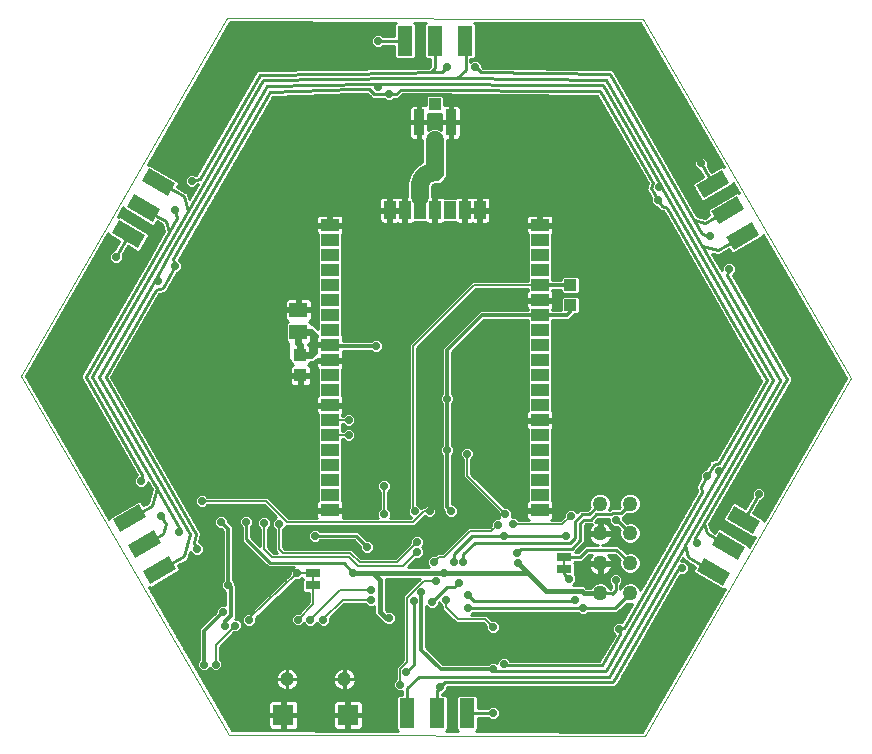
<source format=gbl>
G75*
%MOIN*%
%OFA0B0*%
%FSLAX25Y25*%
%IPPOS*%
%LPD*%
%AMOC8*
5,1,8,0,0,1.08239X$1,22.5*
%
%ADD10C,0.00000*%
%ADD11R,0.05906X0.05118*%
%ADD12R,0.03937X0.04331*%
%ADD13OC8,0.06000*%
%ADD14R,0.05000X0.10000*%
%ADD15R,0.10000X0.05000*%
%ADD16R,0.04331X0.03937*%
%ADD17C,0.00800*%
%ADD18R,0.05000X0.02500*%
%ADD19C,0.05000*%
%ADD20R,0.06000X0.04000*%
%ADD21R,0.04000X0.06000*%
%ADD22R,0.07000X0.07000*%
%ADD23C,0.04724*%
%ADD24R,0.03346X0.08661*%
%ADD25R,0.03937X0.04134*%
%ADD26OC8,0.02400*%
%ADD27C,0.01600*%
%ADD28C,0.01000*%
%ADD29OC8,0.02381*%
%ADD30C,0.01200*%
%ADD31C,0.00600*%
%ADD32C,0.06063*%
%ADD33C,0.04000*%
D10*
X0156177Y0131750D02*
X0294617Y0131378D01*
X0363514Y0250712D01*
X0293972Y0370419D01*
X0155532Y0370791D01*
X0086634Y0251457D01*
X0156177Y0131750D01*
D11*
X0179174Y0265922D03*
X0179174Y0273402D03*
D12*
X0179875Y0258260D03*
X0179875Y0251567D03*
D13*
X0224625Y0319362D03*
D14*
X0224752Y0363105D03*
X0234752Y0363105D03*
X0214752Y0363105D03*
X0215397Y0139064D03*
X0225397Y0139064D03*
X0235397Y0139064D03*
D15*
G36*
X0314490Y0190800D02*
X0323150Y0185801D01*
X0320650Y0181470D01*
X0311990Y0186469D01*
X0314490Y0190800D01*
G37*
G36*
X0319490Y0199460D02*
X0328150Y0194461D01*
X0325650Y0190130D01*
X0316990Y0195129D01*
X0319490Y0199460D01*
G37*
G36*
X0324490Y0208120D02*
X0333150Y0203121D01*
X0330650Y0198790D01*
X0321990Y0203789D01*
X0324490Y0208120D01*
G37*
G36*
X0321713Y0297758D02*
X0330373Y0302757D01*
X0332873Y0298426D01*
X0324213Y0293427D01*
X0321713Y0297758D01*
G37*
G36*
X0316713Y0306418D02*
X0325373Y0311417D01*
X0327873Y0307086D01*
X0319213Y0302087D01*
X0316713Y0306418D01*
G37*
G36*
X0311713Y0315078D02*
X0320373Y0320077D01*
X0322873Y0315746D01*
X0314213Y0310747D01*
X0311713Y0315078D01*
G37*
G36*
X0135658Y0311369D02*
X0126998Y0316368D01*
X0129498Y0320699D01*
X0138158Y0315700D01*
X0135658Y0311369D01*
G37*
G36*
X0130658Y0302709D02*
X0121998Y0307708D01*
X0124498Y0312039D01*
X0133158Y0307040D01*
X0130658Y0302709D01*
G37*
G36*
X0125658Y0294049D02*
X0116998Y0299048D01*
X0119498Y0303379D01*
X0128158Y0298380D01*
X0125658Y0294049D01*
G37*
G36*
X0128481Y0204348D02*
X0119821Y0199349D01*
X0117321Y0203680D01*
X0125981Y0208679D01*
X0128481Y0204348D01*
G37*
G36*
X0133481Y0195688D02*
X0124821Y0190689D01*
X0122321Y0195020D01*
X0130981Y0200019D01*
X0133481Y0195688D01*
G37*
G36*
X0138481Y0187027D02*
X0129821Y0182028D01*
X0127321Y0186359D01*
X0135981Y0191358D01*
X0138481Y0187027D01*
G37*
D16*
X0269875Y0275067D03*
X0269875Y0281760D03*
D17*
X0267791Y0190478D02*
X0267791Y0187478D01*
X0184124Y0185062D02*
X0184124Y0182062D01*
D18*
X0184124Y0181562D03*
X0184124Y0185562D03*
X0267791Y0186978D03*
X0267791Y0190978D03*
D19*
X0279725Y0188962D03*
X0279725Y0198962D03*
X0279700Y0208887D03*
X0289700Y0208887D03*
X0289725Y0198962D03*
X0289725Y0188962D03*
X0289725Y0178962D03*
X0279725Y0178962D03*
D20*
X0259687Y0206719D03*
X0259687Y0211719D03*
X0259687Y0216719D03*
X0259687Y0221719D03*
X0259687Y0226719D03*
X0259687Y0231719D03*
X0259687Y0236719D03*
X0259687Y0241719D03*
X0259687Y0246719D03*
X0259687Y0251719D03*
X0259687Y0256719D03*
X0259687Y0261719D03*
X0259687Y0266719D03*
X0259687Y0271719D03*
X0259687Y0276719D03*
X0259687Y0281719D03*
X0259687Y0286719D03*
X0259687Y0291719D03*
X0259687Y0296719D03*
X0259687Y0301719D03*
X0189687Y0301719D03*
X0189687Y0296719D03*
X0189687Y0291719D03*
X0189687Y0286719D03*
X0189687Y0281719D03*
X0189687Y0276719D03*
X0189687Y0271719D03*
X0189687Y0266719D03*
X0189687Y0261719D03*
X0189687Y0256719D03*
X0189687Y0251719D03*
X0189687Y0246719D03*
X0189687Y0241719D03*
X0189687Y0236719D03*
X0189687Y0231719D03*
X0189687Y0226719D03*
X0189687Y0221719D03*
X0189687Y0216719D03*
X0189687Y0211719D03*
X0189687Y0206719D03*
D21*
X0209687Y0306719D03*
X0214687Y0306719D03*
X0219687Y0306719D03*
X0224687Y0306719D03*
X0229687Y0306719D03*
X0234687Y0306719D03*
X0239687Y0306719D03*
D22*
X0195658Y0138402D03*
X0174201Y0138402D03*
D23*
X0175382Y0150331D03*
X0194477Y0150331D03*
D24*
X0219218Y0335913D03*
X0230045Y0335913D03*
D25*
X0224632Y0329909D03*
X0224632Y0341917D03*
D26*
X0204950Y0261387D03*
X0195900Y0236737D03*
X0195900Y0231637D03*
X0203769Y0216859D03*
X0207800Y0214737D03*
X0207800Y0205337D03*
X0207744Y0198745D03*
X0202024Y0194362D03*
X0197524Y0185862D03*
X0203274Y0180162D03*
X0203274Y0176762D03*
X0209424Y0170703D03*
X0217674Y0176462D03*
X0220174Y0179262D03*
X0223724Y0176062D03*
X0228400Y0176637D03*
X0225200Y0182937D03*
X0227724Y0185762D03*
X0230950Y0189287D03*
X0234150Y0189287D03*
X0232566Y0182370D03*
X0235824Y0178262D03*
X0235624Y0173962D03*
X0244000Y0167637D03*
X0247624Y0155462D03*
X0226424Y0147712D03*
X0215174Y0152712D03*
X0213000Y0148537D03*
X0187524Y0170162D03*
X0183024Y0170162D03*
X0178924Y0170212D03*
X0178824Y0185562D03*
X0184824Y0198162D03*
X0172624Y0202162D03*
X0167724Y0202262D03*
X0161824Y0202862D03*
X0153424Y0202762D03*
X0139424Y0199262D03*
X0155774Y0181662D03*
X0155874Y0181662D03*
X0154074Y0172762D03*
X0154774Y0168212D03*
X0158174Y0168212D03*
X0162674Y0170162D03*
X0151574Y0155212D03*
X0147674Y0155212D03*
X0197599Y0207373D03*
X0217900Y0206237D03*
X0222900Y0206237D03*
X0230000Y0206487D03*
X0218724Y0196112D03*
X0218824Y0192612D03*
X0224400Y0189287D03*
X0226100Y0195537D03*
X0245600Y0201837D03*
X0247700Y0198137D03*
X0250700Y0201937D03*
X0248200Y0205337D03*
X0250469Y0214146D03*
X0235400Y0225537D03*
X0228725Y0226612D03*
X0228700Y0226637D03*
X0223384Y0234633D03*
X0228725Y0243887D03*
X0235266Y0243015D03*
X0270000Y0204837D03*
X0268424Y0198062D03*
X0269500Y0183837D03*
X0271324Y0176562D03*
X0273924Y0173962D03*
X0286027Y0166984D03*
X0284883Y0183320D03*
X0285000Y0203337D03*
X0251900Y0192337D03*
X0252324Y0189062D03*
D27*
X0252374Y0189062D01*
X0255674Y0185762D01*
X0227724Y0185762D01*
X0197624Y0185762D01*
X0197524Y0185862D01*
X0203924Y0185862D01*
X0206424Y0183362D01*
X0206424Y0172712D01*
X0208433Y0170703D01*
X0209424Y0170703D01*
X0255674Y0185762D02*
X0260316Y0181120D01*
X0260317Y0181120D01*
X0261700Y0179737D01*
X0273600Y0179737D01*
X0274400Y0178937D01*
X0279701Y0178937D01*
X0279725Y0178962D01*
X0279725Y0179062D01*
D28*
X0171931Y0148570D02*
X0148140Y0148570D01*
X0147560Y0149569D02*
X0171596Y0149569D01*
X0171668Y0149205D02*
X0171959Y0148502D01*
X0172382Y0147869D01*
X0172920Y0147331D01*
X0173553Y0146908D01*
X0174256Y0146617D01*
X0175002Y0146469D01*
X0175292Y0146469D01*
X0175292Y0150240D01*
X0175473Y0150240D01*
X0175473Y0146469D01*
X0175762Y0146469D01*
X0176509Y0146617D01*
X0177212Y0146908D01*
X0177844Y0147331D01*
X0178382Y0147869D01*
X0178805Y0148502D01*
X0179096Y0149205D01*
X0179244Y0149951D01*
X0179244Y0150241D01*
X0175473Y0150241D01*
X0175473Y0150422D01*
X0179244Y0150422D01*
X0179244Y0150712D01*
X0179096Y0151458D01*
X0178805Y0152161D01*
X0178382Y0152793D01*
X0177844Y0153331D01*
X0177212Y0153754D01*
X0176509Y0154045D01*
X0175762Y0154193D01*
X0175473Y0154193D01*
X0175473Y0150422D01*
X0175292Y0150422D01*
X0175292Y0154193D01*
X0175002Y0154193D01*
X0174256Y0154045D01*
X0173553Y0153754D01*
X0172920Y0153331D01*
X0172382Y0152793D01*
X0171959Y0152161D01*
X0171668Y0151458D01*
X0171520Y0150712D01*
X0171520Y0150422D01*
X0175291Y0150422D01*
X0175291Y0150241D01*
X0171520Y0150241D01*
X0171520Y0149951D01*
X0171668Y0149205D01*
X0171520Y0150567D02*
X0146980Y0150567D01*
X0146400Y0151566D02*
X0171713Y0151566D01*
X0172229Y0152564D02*
X0145820Y0152564D01*
X0146721Y0152912D02*
X0148627Y0152912D01*
X0149624Y0153909D01*
X0150621Y0152912D01*
X0152527Y0152912D01*
X0153874Y0154259D01*
X0153874Y0156164D01*
X0152974Y0157064D01*
X0152974Y0161032D01*
X0157854Y0165912D01*
X0159127Y0165912D01*
X0160474Y0167259D01*
X0160474Y0169109D01*
X0161721Y0167862D01*
X0163627Y0167862D01*
X0164974Y0169209D01*
X0164974Y0170879D01*
X0178396Y0183262D01*
X0179777Y0183262D01*
X0180524Y0184009D01*
X0180524Y0183856D01*
X0180818Y0183562D01*
X0180524Y0183267D01*
X0180524Y0179856D01*
X0181168Y0179212D01*
X0182724Y0179212D01*
X0182724Y0175992D01*
X0179244Y0172512D01*
X0177971Y0172512D01*
X0176624Y0171164D01*
X0176624Y0169259D01*
X0177971Y0167912D01*
X0179877Y0167912D01*
X0180949Y0168984D01*
X0182071Y0167862D01*
X0183977Y0167862D01*
X0185274Y0169159D01*
X0186571Y0167862D01*
X0188477Y0167862D01*
X0189824Y0169209D01*
X0189824Y0170682D01*
X0194504Y0175362D01*
X0201421Y0175362D01*
X0202321Y0174462D01*
X0204227Y0174462D01*
X0204524Y0174759D01*
X0204524Y0173499D01*
X0204524Y0173499D01*
X0204524Y0172629D01*
X0204524Y0171925D01*
X0204524Y0171925D01*
X0204524Y0171925D01*
X0204976Y0171473D01*
X0205637Y0170812D01*
X0207325Y0169123D01*
X0207646Y0168803D01*
X0208071Y0168803D01*
X0208471Y0168403D01*
X0210377Y0168403D01*
X0211724Y0169751D01*
X0211724Y0171656D01*
X0210377Y0173003D01*
X0208820Y0173003D01*
X0208324Y0173499D01*
X0208324Y0182575D01*
X0208324Y0183862D01*
X0219843Y0183862D01*
X0214827Y0178937D01*
X0214820Y0178937D01*
X0214414Y0178532D01*
X0214005Y0178130D01*
X0214005Y0178123D01*
X0214000Y0178117D01*
X0214000Y0177544D01*
X0213994Y0176970D01*
X0214000Y0176965D01*
X0214000Y0156617D01*
X0212420Y0155037D01*
X0211600Y0154217D01*
X0211600Y0150390D01*
X0210700Y0149490D01*
X0210700Y0147585D01*
X0212047Y0146237D01*
X0213834Y0146237D01*
X0213834Y0145164D01*
X0212441Y0145164D01*
X0211797Y0144520D01*
X0211797Y0133609D01*
X0212306Y0133099D01*
X0157041Y0133248D01*
X0129280Y0181034D01*
X0129976Y0180848D01*
X0139425Y0186303D01*
X0139661Y0187184D01*
X0139037Y0188265D01*
X0141243Y0189538D01*
X0142353Y0190180D01*
X0142390Y0190201D01*
X0142734Y0191481D01*
X0142733Y0191481D01*
X0143088Y0192804D01*
X0144338Y0191554D01*
X0146236Y0191554D01*
X0147577Y0192896D01*
X0147577Y0194793D01*
X0146236Y0196135D01*
X0146030Y0196135D01*
X0146794Y0198984D01*
X0146805Y0199029D01*
X0116755Y0251078D01*
X0132639Y0278572D01*
X0134280Y0279011D01*
X0134962Y0279194D01*
X0135135Y0279494D01*
X0138683Y0285639D01*
X0139106Y0285639D01*
X0140448Y0286980D01*
X0140448Y0288878D01*
X0139245Y0290081D01*
X0170668Y0344507D01*
X0197512Y0345311D01*
X0202174Y0345311D01*
X0202884Y0344602D01*
X0202884Y0344602D01*
X0203821Y0343665D01*
X0205147Y0343665D01*
X0207645Y0343665D01*
X0208335Y0342974D01*
X0210233Y0342974D01*
X0210923Y0343665D01*
X0211121Y0343665D01*
X0211121Y0343665D01*
X0211500Y0343665D01*
X0212447Y0343665D01*
X0212830Y0344048D01*
X0213384Y0344602D01*
X0214042Y0345260D01*
X0278725Y0344791D01*
X0295576Y0315605D01*
X0295432Y0315070D01*
X0295278Y0314494D01*
X0295089Y0313790D01*
X0295089Y0313790D01*
X0295089Y0313790D01*
X0295429Y0313201D01*
X0295752Y0312642D01*
X0296866Y0310713D01*
X0296866Y0308996D01*
X0298207Y0307655D01*
X0298622Y0307655D01*
X0298926Y0307144D01*
X0299252Y0306579D01*
X0299264Y0306576D01*
X0299271Y0306565D01*
X0299903Y0306405D01*
X0300532Y0306236D01*
X0300543Y0306243D01*
X0301083Y0306106D01*
X0322816Y0268296D01*
X0322815Y0268294D01*
X0323146Y0267721D01*
X0323475Y0267148D01*
X0323477Y0267147D01*
X0333447Y0249879D01*
X0329940Y0243780D01*
X0318379Y0223756D01*
X0317820Y0223606D01*
X0316539Y0223263D01*
X0316067Y0222444D01*
X0315877Y0222115D01*
X0314868Y0220369D01*
X0314445Y0220369D01*
X0313103Y0219027D01*
X0313103Y0217311D01*
X0312283Y0215891D01*
X0312270Y0215887D01*
X0311952Y0215318D01*
X0311627Y0214754D01*
X0311630Y0214741D01*
X0311624Y0214730D01*
X0311801Y0214103D01*
X0311970Y0213473D01*
X0263787Y0213473D01*
X0263787Y0214174D02*
X0263743Y0214219D01*
X0263787Y0214263D01*
X0263787Y0219174D01*
X0263743Y0219219D01*
X0263787Y0219263D01*
X0263787Y0224174D01*
X0263743Y0224219D01*
X0263787Y0224263D01*
X0263787Y0229174D01*
X0263743Y0229219D01*
X0263787Y0229263D01*
X0263787Y0233697D01*
X0263888Y0233798D01*
X0264085Y0234140D01*
X0264187Y0234521D01*
X0264187Y0236219D01*
X0260187Y0236219D01*
X0260187Y0237219D01*
X0264187Y0237219D01*
X0264187Y0238916D01*
X0264085Y0239298D01*
X0263888Y0239640D01*
X0263787Y0239740D01*
X0263787Y0244174D01*
X0263743Y0244219D01*
X0263787Y0244263D01*
X0263787Y0249174D01*
X0263743Y0249219D01*
X0263787Y0249263D01*
X0263787Y0254174D01*
X0263743Y0254219D01*
X0263787Y0254263D01*
X0263787Y0259174D01*
X0263743Y0259219D01*
X0263787Y0259263D01*
X0263787Y0264174D01*
X0263743Y0264219D01*
X0263787Y0264263D01*
X0263787Y0269174D01*
X0263743Y0269219D01*
X0263787Y0269263D01*
X0263787Y0269937D01*
X0267996Y0269937D01*
X0269404Y0269937D01*
X0270400Y0270933D01*
X0271465Y0271998D01*
X0272496Y0271998D01*
X0273141Y0272643D01*
X0273141Y0277491D01*
X0272496Y0278135D01*
X0267254Y0278135D01*
X0266610Y0277491D01*
X0266610Y0273337D01*
X0263787Y0273337D01*
X0263787Y0273697D01*
X0263888Y0273798D01*
X0264085Y0274140D01*
X0264187Y0274521D01*
X0264187Y0276219D01*
X0260187Y0276219D01*
X0260187Y0277219D01*
X0264187Y0277219D01*
X0264187Y0278916D01*
X0264085Y0279298D01*
X0263888Y0279640D01*
X0263787Y0279740D01*
X0263787Y0280019D01*
X0266610Y0280019D01*
X0266610Y0279335D01*
X0267254Y0278691D01*
X0272496Y0278691D01*
X0273141Y0279335D01*
X0273141Y0284184D01*
X0272496Y0284828D01*
X0267254Y0284828D01*
X0266610Y0284184D01*
X0266610Y0283419D01*
X0263787Y0283419D01*
X0263787Y0284174D01*
X0263743Y0284219D01*
X0263787Y0284263D01*
X0263787Y0289174D01*
X0263743Y0289219D01*
X0263787Y0289263D01*
X0263787Y0294174D01*
X0263743Y0294219D01*
X0263787Y0294263D01*
X0263787Y0298697D01*
X0263888Y0298798D01*
X0264085Y0299140D01*
X0264187Y0299521D01*
X0264187Y0301219D01*
X0260187Y0301219D01*
X0260187Y0302219D01*
X0259187Y0302219D01*
X0259187Y0301219D01*
X0255187Y0301219D01*
X0255187Y0299521D01*
X0255290Y0299140D01*
X0255487Y0298798D01*
X0255587Y0298697D01*
X0255587Y0294263D01*
X0255632Y0294219D01*
X0255587Y0294174D01*
X0255587Y0289263D01*
X0255632Y0289219D01*
X0255587Y0289174D01*
X0255587Y0284263D01*
X0255632Y0284219D01*
X0255587Y0284174D01*
X0255587Y0283119D01*
X0237201Y0283119D01*
X0216870Y0262787D01*
X0216870Y0262787D01*
X0216050Y0261967D01*
X0216050Y0207640D01*
X0215600Y0207190D01*
X0215600Y0205285D01*
X0216783Y0204101D01*
X0216720Y0204037D01*
X0209752Y0204037D01*
X0210100Y0204385D01*
X0210100Y0206290D01*
X0209200Y0207190D01*
X0209200Y0212885D01*
X0210100Y0213785D01*
X0210100Y0215690D01*
X0208752Y0217037D01*
X0206847Y0217037D01*
X0205500Y0215690D01*
X0205500Y0213785D01*
X0206400Y0212885D01*
X0206400Y0207190D01*
X0205500Y0206290D01*
X0205500Y0204385D01*
X0205847Y0204037D01*
X0194026Y0204037D01*
X0194085Y0204140D01*
X0194187Y0204521D01*
X0194187Y0206219D01*
X0190187Y0206219D01*
X0190187Y0207219D01*
X0194187Y0207219D01*
X0194187Y0208916D01*
X0194085Y0209298D01*
X0193888Y0209640D01*
X0193787Y0209740D01*
X0193787Y0214174D01*
X0193743Y0214219D01*
X0193787Y0214263D01*
X0193787Y0219174D01*
X0193743Y0219219D01*
X0193787Y0219263D01*
X0193787Y0224174D01*
X0193743Y0224219D01*
X0193787Y0224263D01*
X0193787Y0229174D01*
X0193743Y0229219D01*
X0193787Y0229263D01*
X0193787Y0230237D01*
X0194047Y0230237D01*
X0194947Y0229337D01*
X0196852Y0229337D01*
X0198200Y0230685D01*
X0198200Y0232590D01*
X0196852Y0233937D01*
X0194947Y0233937D01*
X0194047Y0233037D01*
X0193787Y0233037D01*
X0193787Y0234174D01*
X0193743Y0234219D01*
X0193787Y0234263D01*
X0193787Y0235337D01*
X0194047Y0235337D01*
X0194947Y0234437D01*
X0196852Y0234437D01*
X0198200Y0235785D01*
X0198200Y0237690D01*
X0196852Y0239037D01*
X0194947Y0239037D01*
X0194047Y0238137D01*
X0193787Y0238137D01*
X0193787Y0238697D01*
X0193888Y0238798D01*
X0194085Y0239140D01*
X0194187Y0239521D01*
X0194187Y0241219D01*
X0190187Y0241219D01*
X0190187Y0242219D01*
X0194187Y0242219D01*
X0194187Y0243916D01*
X0194085Y0244298D01*
X0193888Y0244640D01*
X0193787Y0244740D01*
X0193787Y0249174D01*
X0193743Y0249219D01*
X0193787Y0249263D01*
X0193787Y0253697D01*
X0193888Y0253798D01*
X0194085Y0254140D01*
X0194187Y0254521D01*
X0194187Y0256219D01*
X0190187Y0256219D01*
X0190187Y0257219D01*
X0194187Y0257219D01*
X0194187Y0258916D01*
X0194085Y0259298D01*
X0194059Y0259343D01*
X0194150Y0259433D01*
X0194150Y0259687D01*
X0203397Y0259687D01*
X0203997Y0259087D01*
X0205902Y0259087D01*
X0207250Y0260435D01*
X0207250Y0262340D01*
X0205902Y0263687D01*
X0203997Y0263687D01*
X0203397Y0263087D01*
X0194150Y0263087D01*
X0194150Y0264592D01*
X0193787Y0264954D01*
X0193787Y0269174D01*
X0193743Y0269219D01*
X0193787Y0269263D01*
X0193787Y0274174D01*
X0193743Y0274219D01*
X0193787Y0274263D01*
X0193787Y0279174D01*
X0193743Y0279219D01*
X0193787Y0279263D01*
X0193787Y0284174D01*
X0193743Y0284219D01*
X0193787Y0284263D01*
X0193787Y0289174D01*
X0193743Y0289219D01*
X0193787Y0289263D01*
X0193787Y0294174D01*
X0193743Y0294219D01*
X0193787Y0294263D01*
X0193787Y0298697D01*
X0193888Y0298798D01*
X0194085Y0299140D01*
X0194187Y0299521D01*
X0194187Y0301219D01*
X0190187Y0301219D01*
X0190187Y0302219D01*
X0189187Y0302219D01*
X0189187Y0301219D01*
X0185187Y0301219D01*
X0185187Y0299521D01*
X0185290Y0299140D01*
X0185487Y0298798D01*
X0185587Y0298697D01*
X0185587Y0294263D01*
X0185632Y0294219D01*
X0185587Y0294174D01*
X0185587Y0289263D01*
X0185632Y0289219D01*
X0185587Y0289174D01*
X0185587Y0284263D01*
X0185632Y0284219D01*
X0185587Y0284174D01*
X0185587Y0279263D01*
X0185632Y0279219D01*
X0185587Y0279174D01*
X0185587Y0274263D01*
X0185632Y0274219D01*
X0185587Y0274174D01*
X0185587Y0269263D01*
X0185632Y0269219D01*
X0185587Y0269174D01*
X0185587Y0266904D01*
X0183802Y0268689D01*
X0183154Y0269337D01*
X0182826Y0269337D01*
X0182713Y0269450D01*
X0183048Y0269643D01*
X0183327Y0269922D01*
X0183524Y0270264D01*
X0183627Y0270645D01*
X0183627Y0272902D01*
X0179674Y0272902D01*
X0179674Y0273902D01*
X0183627Y0273902D01*
X0183627Y0276159D01*
X0183524Y0276540D01*
X0183327Y0276882D01*
X0183048Y0277161D01*
X0182706Y0277359D01*
X0182324Y0277461D01*
X0179674Y0277461D01*
X0179674Y0273902D01*
X0178674Y0273902D01*
X0178674Y0277461D01*
X0176024Y0277461D01*
X0175642Y0277359D01*
X0175300Y0277161D01*
X0175021Y0276882D01*
X0174823Y0276540D01*
X0174721Y0276159D01*
X0174721Y0273902D01*
X0178674Y0273902D01*
X0178674Y0272902D01*
X0174721Y0272902D01*
X0174721Y0270645D01*
X0174823Y0270264D01*
X0175021Y0269922D01*
X0175300Y0269643D01*
X0175634Y0269450D01*
X0175121Y0268936D01*
X0175121Y0262907D01*
X0175750Y0262279D01*
X0175750Y0258342D01*
X0175750Y0256933D01*
X0176746Y0255937D01*
X0176807Y0255937D01*
X0176807Y0255639D01*
X0177320Y0255125D01*
X0176986Y0254932D01*
X0176707Y0254653D01*
X0176509Y0254311D01*
X0176407Y0253930D01*
X0176407Y0252051D01*
X0179391Y0252051D01*
X0179391Y0251082D01*
X0180360Y0251082D01*
X0180360Y0247901D01*
X0182041Y0247901D01*
X0182423Y0248004D01*
X0182765Y0248201D01*
X0183044Y0248480D01*
X0183242Y0248822D01*
X0183344Y0249204D01*
X0183344Y0251082D01*
X0180360Y0251082D01*
X0180360Y0252051D01*
X0183344Y0252051D01*
X0183344Y0253930D01*
X0183242Y0254311D01*
X0183044Y0254653D01*
X0182765Y0254932D01*
X0182431Y0255125D01*
X0182944Y0255639D01*
X0182944Y0255937D01*
X0184404Y0255937D01*
X0185189Y0256723D01*
X0185685Y0257219D01*
X0189187Y0257219D01*
X0189187Y0256219D01*
X0185187Y0256219D01*
X0185187Y0254521D01*
X0185290Y0254140D01*
X0185487Y0253798D01*
X0185587Y0253697D01*
X0185587Y0249263D01*
X0185632Y0249219D01*
X0185587Y0249174D01*
X0185587Y0244740D01*
X0185487Y0244640D01*
X0185290Y0244298D01*
X0185187Y0243916D01*
X0185187Y0242219D01*
X0189187Y0242219D01*
X0189187Y0241219D01*
X0185187Y0241219D01*
X0185187Y0239521D01*
X0185290Y0239140D01*
X0185487Y0238798D01*
X0185587Y0238697D01*
X0185587Y0234263D01*
X0185632Y0234219D01*
X0185587Y0234174D01*
X0185587Y0229263D01*
X0185632Y0229219D01*
X0185587Y0229174D01*
X0185587Y0224263D01*
X0185632Y0224219D01*
X0185587Y0224174D01*
X0185587Y0219263D01*
X0185632Y0219219D01*
X0185587Y0219174D01*
X0185587Y0214263D01*
X0185632Y0214219D01*
X0185587Y0214174D01*
X0185587Y0209740D01*
X0185487Y0209640D01*
X0185290Y0209298D01*
X0185187Y0208916D01*
X0185187Y0207219D01*
X0189187Y0207219D01*
X0189187Y0206219D01*
X0185187Y0206219D01*
X0185187Y0204521D01*
X0185290Y0204140D01*
X0185349Y0204037D01*
X0175980Y0204037D01*
X0169700Y0210317D01*
X0168880Y0211137D01*
X0167720Y0211137D01*
X0148797Y0211137D01*
X0147907Y0212028D01*
X0146009Y0212028D01*
X0144667Y0210686D01*
X0144667Y0208789D01*
X0146009Y0207447D01*
X0147907Y0207447D01*
X0148797Y0208337D01*
X0167720Y0208337D01*
X0171633Y0204424D01*
X0170324Y0203114D01*
X0170324Y0201209D01*
X0171224Y0200309D01*
X0171224Y0194442D01*
X0171224Y0193282D01*
X0171771Y0192735D01*
X0172144Y0192362D01*
X0171004Y0192362D01*
X0169124Y0194242D01*
X0169124Y0200409D01*
X0170024Y0201309D01*
X0170024Y0203214D01*
X0168677Y0204562D01*
X0166771Y0204562D01*
X0165424Y0203214D01*
X0165424Y0201309D01*
X0166324Y0200409D01*
X0166324Y0194824D01*
X0163424Y0197724D01*
X0163424Y0201209D01*
X0164124Y0201909D01*
X0164124Y0203814D01*
X0162777Y0205162D01*
X0160871Y0205162D01*
X0159524Y0203814D01*
X0159524Y0201909D01*
X0160224Y0201209D01*
X0160224Y0196436D01*
X0160224Y0196399D01*
X0161161Y0195462D01*
X0168933Y0187690D01*
X0169061Y0187562D01*
X0177571Y0187562D01*
X0176524Y0186514D01*
X0176524Y0185345D01*
X0162560Y0172462D01*
X0161721Y0172462D01*
X0160374Y0171114D01*
X0160374Y0169264D01*
X0159127Y0170512D01*
X0158128Y0170512D01*
X0158274Y0170658D01*
X0158274Y0172066D01*
X0158274Y0180258D01*
X0158274Y0181048D01*
X0158274Y0181666D01*
X0158249Y0181691D01*
X0158174Y0181766D01*
X0158174Y0182614D01*
X0157474Y0183314D01*
X0157474Y0201116D01*
X0156650Y0201940D01*
X0155724Y0202866D01*
X0155724Y0203714D01*
X0154377Y0205062D01*
X0152471Y0205062D01*
X0151124Y0203714D01*
X0151124Y0201809D01*
X0152471Y0200462D01*
X0153320Y0200462D01*
X0154074Y0199708D01*
X0154074Y0183214D01*
X0153474Y0182614D01*
X0153474Y0180709D01*
X0154821Y0179362D01*
X0154874Y0179362D01*
X0154874Y0175062D01*
X0153121Y0175062D01*
X0151774Y0173714D01*
X0151774Y0172866D01*
X0146189Y0167281D01*
X0145974Y0167066D01*
X0145974Y0165658D01*
X0145974Y0156764D01*
X0145374Y0156164D01*
X0145374Y0154259D01*
X0146721Y0152912D01*
X0146070Y0153563D02*
X0145240Y0153563D01*
X0145374Y0154561D02*
X0144660Y0154561D01*
X0144080Y0155560D02*
X0145374Y0155560D01*
X0145768Y0156558D02*
X0143500Y0156558D01*
X0142919Y0157557D02*
X0145974Y0157557D01*
X0145974Y0158555D02*
X0142339Y0158555D01*
X0141759Y0159554D02*
X0145974Y0159554D01*
X0145974Y0160552D02*
X0141179Y0160552D01*
X0140599Y0161551D02*
X0145974Y0161551D01*
X0145974Y0162549D02*
X0140019Y0162549D01*
X0139439Y0163548D02*
X0145974Y0163548D01*
X0145974Y0164546D02*
X0138859Y0164546D01*
X0138279Y0165545D02*
X0145974Y0165545D01*
X0145974Y0166543D02*
X0137699Y0166543D01*
X0137119Y0167542D02*
X0146450Y0167542D01*
X0147448Y0168540D02*
X0136539Y0168540D01*
X0135959Y0169539D02*
X0148447Y0169539D01*
X0149445Y0170537D02*
X0135378Y0170537D01*
X0134798Y0171536D02*
X0150444Y0171536D01*
X0151442Y0172534D02*
X0134218Y0172534D01*
X0133638Y0173533D02*
X0151774Y0173533D01*
X0152591Y0174531D02*
X0133058Y0174531D01*
X0132478Y0175530D02*
X0154874Y0175530D01*
X0154874Y0176528D02*
X0131898Y0176528D01*
X0131318Y0177527D02*
X0154874Y0177527D01*
X0154874Y0178525D02*
X0130738Y0178525D01*
X0130158Y0179524D02*
X0154659Y0179524D01*
X0153661Y0180522D02*
X0129578Y0180522D01*
X0131142Y0181521D02*
X0153474Y0181521D01*
X0153474Y0182519D02*
X0132871Y0182519D01*
X0134601Y0183518D02*
X0154074Y0183518D01*
X0154074Y0184516D02*
X0136330Y0184516D01*
X0138060Y0185515D02*
X0154074Y0185515D01*
X0154074Y0186514D02*
X0139482Y0186514D01*
X0139472Y0187512D02*
X0154074Y0187512D01*
X0154074Y0188511D02*
X0139462Y0188511D01*
X0141192Y0189509D02*
X0154074Y0189509D01*
X0154074Y0190508D02*
X0142473Y0190508D01*
X0142740Y0191506D02*
X0154074Y0191506D01*
X0154074Y0192505D02*
X0147186Y0192505D01*
X0147577Y0193503D02*
X0154074Y0193503D01*
X0154074Y0194502D02*
X0147577Y0194502D01*
X0146871Y0195500D02*
X0154074Y0195500D01*
X0154074Y0196499D02*
X0146128Y0196499D01*
X0146395Y0197497D02*
X0154074Y0197497D01*
X0154074Y0198496D02*
X0146663Y0198496D01*
X0146537Y0199494D02*
X0154074Y0199494D01*
X0152440Y0200493D02*
X0145960Y0200493D01*
X0145384Y0201491D02*
X0151442Y0201491D01*
X0151124Y0202490D02*
X0144807Y0202490D01*
X0144231Y0203488D02*
X0151124Y0203488D01*
X0151896Y0204487D02*
X0143654Y0204487D01*
X0143078Y0205485D02*
X0170572Y0205485D01*
X0171571Y0204487D02*
X0168752Y0204487D01*
X0169750Y0203488D02*
X0170698Y0203488D01*
X0170324Y0202490D02*
X0170024Y0202490D01*
X0170024Y0201491D02*
X0170324Y0201491D01*
X0171040Y0200493D02*
X0169208Y0200493D01*
X0169124Y0199494D02*
X0171224Y0199494D01*
X0171224Y0198496D02*
X0169124Y0198496D01*
X0169124Y0197497D02*
X0171224Y0197497D01*
X0171224Y0196499D02*
X0169124Y0196499D01*
X0169124Y0195500D02*
X0171224Y0195500D01*
X0171224Y0194502D02*
X0169124Y0194502D01*
X0169863Y0193503D02*
X0171224Y0193503D01*
X0171224Y0194442D02*
X0171224Y0194442D01*
X0170861Y0192505D02*
X0172001Y0192505D01*
X0174024Y0194442D02*
X0174024Y0200309D01*
X0174924Y0201209D01*
X0174924Y0201237D01*
X0175980Y0201237D01*
X0217438Y0201237D01*
X0217880Y0201237D01*
X0221263Y0204621D01*
X0221947Y0203937D01*
X0223852Y0203937D01*
X0225200Y0205285D01*
X0225200Y0207190D01*
X0223852Y0208537D01*
X0221947Y0208537D01*
X0221047Y0207637D01*
X0220320Y0207637D01*
X0220036Y0207354D01*
X0218852Y0208537D01*
X0218850Y0208537D01*
X0218850Y0260808D01*
X0238361Y0280319D01*
X0255587Y0280319D01*
X0255587Y0279740D01*
X0255487Y0279640D01*
X0255290Y0279298D01*
X0255187Y0278916D01*
X0255187Y0277219D01*
X0259187Y0277219D01*
X0259187Y0276219D01*
X0255187Y0276219D01*
X0255187Y0274521D01*
X0255290Y0274140D01*
X0255487Y0273798D01*
X0255587Y0273697D01*
X0255587Y0273337D01*
X0241004Y0273337D01*
X0239596Y0273337D01*
X0238600Y0272342D01*
X0238600Y0272342D01*
X0227025Y0260767D01*
X0227025Y0260587D01*
X0227025Y0245440D01*
X0226425Y0244840D01*
X0226425Y0242935D01*
X0227025Y0242335D01*
X0227025Y0228216D01*
X0226400Y0227590D01*
X0226400Y0225685D01*
X0226425Y0225659D01*
X0227000Y0225085D01*
X0227000Y0207083D01*
X0227700Y0206383D01*
X0227700Y0205535D01*
X0229047Y0204187D01*
X0230952Y0204187D01*
X0232300Y0205535D01*
X0232300Y0207440D01*
X0230952Y0208787D01*
X0230400Y0208787D01*
X0230400Y0225033D01*
X0231025Y0225659D01*
X0231025Y0227564D01*
X0231000Y0227590D01*
X0231000Y0227590D01*
X0230425Y0228164D01*
X0230425Y0242335D01*
X0231025Y0242935D01*
X0231025Y0244840D01*
X0230425Y0245440D01*
X0230425Y0259359D01*
X0241004Y0269937D01*
X0255587Y0269937D01*
X0255587Y0269263D01*
X0255632Y0269219D01*
X0255587Y0269174D01*
X0255587Y0264263D01*
X0255632Y0264219D01*
X0255587Y0264174D01*
X0255587Y0259263D01*
X0255632Y0259219D01*
X0255587Y0259174D01*
X0255587Y0254263D01*
X0255632Y0254219D01*
X0255587Y0254174D01*
X0255587Y0249263D01*
X0255632Y0249219D01*
X0255587Y0249174D01*
X0255587Y0244263D01*
X0255632Y0244219D01*
X0255587Y0244174D01*
X0255587Y0239740D01*
X0255487Y0239640D01*
X0255290Y0239298D01*
X0255187Y0238916D01*
X0255187Y0237219D01*
X0259187Y0237219D01*
X0259187Y0236219D01*
X0255187Y0236219D01*
X0255187Y0234521D01*
X0255290Y0234140D01*
X0255487Y0233798D01*
X0255587Y0233697D01*
X0255587Y0229263D01*
X0255632Y0229219D01*
X0255587Y0229174D01*
X0255587Y0224263D01*
X0255632Y0224219D01*
X0255587Y0224174D01*
X0255587Y0219263D01*
X0255632Y0219219D01*
X0255587Y0219174D01*
X0255587Y0214263D01*
X0255632Y0214219D01*
X0255587Y0214174D01*
X0255587Y0209740D01*
X0255487Y0209640D01*
X0255290Y0209298D01*
X0255187Y0208916D01*
X0255187Y0207219D01*
X0259187Y0207219D01*
X0259187Y0206219D01*
X0255187Y0206219D01*
X0255187Y0204521D01*
X0255290Y0204140D01*
X0255487Y0203798D01*
X0255766Y0203518D01*
X0256080Y0203337D01*
X0252552Y0203337D01*
X0251652Y0204237D01*
X0250352Y0204237D01*
X0250500Y0204385D01*
X0250500Y0206290D01*
X0249152Y0207637D01*
X0247880Y0207637D01*
X0236800Y0218717D01*
X0236800Y0223685D01*
X0237700Y0224585D01*
X0237700Y0226490D01*
X0236352Y0227837D01*
X0234447Y0227837D01*
X0233100Y0226490D01*
X0233100Y0224585D01*
X0234000Y0223685D01*
X0234000Y0217558D01*
X0245900Y0205658D01*
X0245900Y0204385D01*
X0246147Y0204137D01*
X0244647Y0204137D01*
X0243300Y0202790D01*
X0243300Y0201517D01*
X0242920Y0201137D01*
X0235820Y0201137D01*
X0227020Y0192337D01*
X0226110Y0192337D01*
X0225541Y0192346D01*
X0225532Y0192337D01*
X0225520Y0192337D01*
X0225117Y0191935D01*
X0224759Y0191587D01*
X0223447Y0191587D01*
X0222100Y0190240D01*
X0222100Y0188335D01*
X0222773Y0187662D01*
X0215854Y0187662D01*
X0218504Y0190312D01*
X0219777Y0190312D01*
X0221124Y0191659D01*
X0221124Y0193564D01*
X0220277Y0194412D01*
X0221024Y0195159D01*
X0221024Y0197064D01*
X0219677Y0198412D01*
X0217771Y0198412D01*
X0216424Y0197064D01*
X0216424Y0195792D01*
X0211394Y0190762D01*
X0200204Y0190762D01*
X0197104Y0193862D01*
X0195944Y0193862D01*
X0174604Y0193862D01*
X0174024Y0194442D01*
X0174024Y0194502D02*
X0199621Y0194502D01*
X0199724Y0194399D02*
X0197561Y0196562D01*
X0186477Y0196562D01*
X0185777Y0195862D01*
X0183871Y0195862D01*
X0182524Y0197209D01*
X0182524Y0199114D01*
X0183871Y0200462D01*
X0185777Y0200462D01*
X0186477Y0199762D01*
X0198887Y0199762D01*
X0201987Y0196662D01*
X0202977Y0196662D01*
X0204324Y0195314D01*
X0204324Y0193409D01*
X0202977Y0192062D01*
X0201071Y0192062D01*
X0199724Y0193409D01*
X0199724Y0194399D01*
X0199724Y0193503D02*
X0197463Y0193503D01*
X0198461Y0192505D02*
X0200629Y0192505D01*
X0199460Y0191506D02*
X0212138Y0191506D01*
X0213137Y0192505D02*
X0203420Y0192505D01*
X0204324Y0193503D02*
X0214136Y0193503D01*
X0215134Y0194502D02*
X0204324Y0194502D01*
X0204138Y0195500D02*
X0216133Y0195500D01*
X0216424Y0196499D02*
X0203140Y0196499D01*
X0201151Y0197497D02*
X0216857Y0197497D01*
X0220591Y0197497D02*
X0232179Y0197497D01*
X0231181Y0196499D02*
X0221024Y0196499D01*
X0221024Y0195500D02*
X0230182Y0195500D01*
X0229184Y0194502D02*
X0220367Y0194502D01*
X0221124Y0193503D02*
X0228185Y0193503D01*
X0227187Y0192505D02*
X0221124Y0192505D01*
X0220971Y0191506D02*
X0223366Y0191506D01*
X0222367Y0190508D02*
X0219973Y0190508D01*
X0222100Y0189509D02*
X0217701Y0189509D01*
X0216703Y0188511D02*
X0222100Y0188511D01*
X0219493Y0183518D02*
X0208324Y0183518D01*
X0208324Y0182575D02*
X0208324Y0182575D01*
X0208324Y0182519D02*
X0218476Y0182519D01*
X0217459Y0181521D02*
X0208324Y0181521D01*
X0208324Y0180522D02*
X0216442Y0180522D01*
X0215425Y0179524D02*
X0208324Y0179524D01*
X0208324Y0178525D02*
X0214408Y0178525D01*
X0214000Y0177527D02*
X0208324Y0177527D01*
X0208324Y0176528D02*
X0214000Y0176528D01*
X0214000Y0175530D02*
X0208324Y0175530D01*
X0208324Y0174531D02*
X0214000Y0174531D01*
X0214000Y0173533D02*
X0208324Y0173533D01*
X0210846Y0172534D02*
X0214000Y0172534D01*
X0214000Y0171536D02*
X0211724Y0171536D01*
X0211724Y0170537D02*
X0214000Y0170537D01*
X0214000Y0169539D02*
X0211512Y0169539D01*
X0210514Y0168540D02*
X0214000Y0168540D01*
X0214000Y0167542D02*
X0160474Y0167542D01*
X0160474Y0168540D02*
X0161043Y0168540D01*
X0160374Y0169539D02*
X0160100Y0169539D01*
X0160374Y0170537D02*
X0158154Y0170537D01*
X0158274Y0171536D02*
X0160795Y0171536D01*
X0162639Y0172534D02*
X0158274Y0172534D01*
X0158274Y0173533D02*
X0163721Y0173533D01*
X0164804Y0174531D02*
X0158274Y0174531D01*
X0158274Y0175530D02*
X0165886Y0175530D01*
X0166968Y0176528D02*
X0158274Y0176528D01*
X0158274Y0177527D02*
X0168051Y0177527D01*
X0169133Y0178525D02*
X0158274Y0178525D01*
X0158274Y0179524D02*
X0170215Y0179524D01*
X0171297Y0180522D02*
X0158274Y0180522D01*
X0158274Y0180258D02*
X0158274Y0180258D01*
X0158274Y0181521D02*
X0172380Y0181521D01*
X0173462Y0182519D02*
X0158174Y0182519D01*
X0158274Y0181666D02*
X0158274Y0181666D01*
X0158274Y0181666D01*
X0157474Y0183518D02*
X0174544Y0183518D01*
X0175626Y0184516D02*
X0157474Y0184516D01*
X0157474Y0185515D02*
X0176524Y0185515D01*
X0176524Y0186514D02*
X0157474Y0186514D01*
X0157474Y0187512D02*
X0177522Y0187512D01*
X0180033Y0183518D02*
X0180775Y0183518D01*
X0180524Y0182519D02*
X0177591Y0182519D01*
X0176509Y0181521D02*
X0180524Y0181521D01*
X0180524Y0180522D02*
X0175427Y0180522D01*
X0174344Y0179524D02*
X0180856Y0179524D01*
X0182724Y0178525D02*
X0173262Y0178525D01*
X0172180Y0177527D02*
X0182724Y0177527D01*
X0182724Y0176528D02*
X0171097Y0176528D01*
X0170015Y0175530D02*
X0182262Y0175530D01*
X0181264Y0174531D02*
X0168933Y0174531D01*
X0167851Y0173533D02*
X0180265Y0173533D01*
X0179267Y0172534D02*
X0166768Y0172534D01*
X0165686Y0171536D02*
X0176995Y0171536D01*
X0176624Y0170537D02*
X0164974Y0170537D01*
X0164974Y0169539D02*
X0176624Y0169539D01*
X0177343Y0168540D02*
X0164305Y0168540D01*
X0159758Y0166543D02*
X0214000Y0166543D01*
X0214000Y0165545D02*
X0157487Y0165545D01*
X0156488Y0164546D02*
X0214000Y0164546D01*
X0214000Y0163548D02*
X0155490Y0163548D01*
X0154491Y0162549D02*
X0214000Y0162549D01*
X0214000Y0161551D02*
X0153493Y0161551D01*
X0152974Y0160552D02*
X0214000Y0160552D01*
X0214000Y0159554D02*
X0152974Y0159554D01*
X0152974Y0158555D02*
X0214000Y0158555D01*
X0214000Y0157557D02*
X0152974Y0157557D01*
X0153480Y0156558D02*
X0213941Y0156558D01*
X0212942Y0155560D02*
X0153874Y0155560D01*
X0153874Y0154561D02*
X0211943Y0154561D01*
X0212420Y0155037D02*
X0212420Y0155037D01*
X0211600Y0153563D02*
X0196592Y0153563D01*
X0196306Y0153754D02*
X0195603Y0154045D01*
X0194857Y0154193D01*
X0194567Y0154193D01*
X0194567Y0150422D01*
X0194386Y0150422D01*
X0194386Y0154193D01*
X0194096Y0154193D01*
X0193350Y0154045D01*
X0192647Y0153754D01*
X0192015Y0153331D01*
X0191477Y0152793D01*
X0191054Y0152161D01*
X0190763Y0151458D01*
X0190614Y0150712D01*
X0190614Y0150422D01*
X0194386Y0150422D01*
X0194386Y0150241D01*
X0190614Y0150241D01*
X0190614Y0149951D01*
X0190763Y0149205D01*
X0191054Y0148502D01*
X0191477Y0147869D01*
X0192015Y0147331D01*
X0192647Y0146908D01*
X0193350Y0146617D01*
X0194096Y0146469D01*
X0194386Y0146469D01*
X0194386Y0150240D01*
X0194567Y0150240D01*
X0194567Y0146469D01*
X0194857Y0146469D01*
X0195603Y0146617D01*
X0196306Y0146908D01*
X0196939Y0147331D01*
X0197477Y0147869D01*
X0197899Y0148502D01*
X0198190Y0149205D01*
X0198339Y0149951D01*
X0198339Y0150241D01*
X0194567Y0150241D01*
X0194567Y0150422D01*
X0198339Y0150422D01*
X0198339Y0150712D01*
X0198190Y0151458D01*
X0197899Y0152161D01*
X0197477Y0152793D01*
X0196939Y0153331D01*
X0196306Y0153754D01*
X0194567Y0153563D02*
X0194386Y0153563D01*
X0194386Y0152564D02*
X0194567Y0152564D01*
X0194567Y0151566D02*
X0194386Y0151566D01*
X0194386Y0150567D02*
X0194567Y0150567D01*
X0194567Y0149569D02*
X0194386Y0149569D01*
X0194386Y0148570D02*
X0194567Y0148570D01*
X0194567Y0147572D02*
X0194386Y0147572D01*
X0194386Y0146573D02*
X0194567Y0146573D01*
X0195381Y0146573D02*
X0211711Y0146573D01*
X0210713Y0147572D02*
X0197179Y0147572D01*
X0197928Y0148570D02*
X0210700Y0148570D01*
X0210778Y0149569D02*
X0198263Y0149569D01*
X0198339Y0150567D02*
X0211600Y0150567D01*
X0211600Y0151566D02*
X0198146Y0151566D01*
X0197630Y0152564D02*
X0211600Y0152564D01*
X0215174Y0152712D02*
X0217674Y0155212D01*
X0217674Y0176462D01*
X0221874Y0174659D02*
X0222771Y0173762D01*
X0224677Y0173762D01*
X0226024Y0175109D01*
X0226024Y0176099D01*
X0226100Y0176175D01*
X0226100Y0175685D01*
X0227000Y0174785D01*
X0227000Y0173658D01*
X0227330Y0173328D01*
X0227820Y0172837D01*
X0230900Y0169758D01*
X0230900Y0169758D01*
X0231720Y0168937D01*
X0240720Y0168937D01*
X0241700Y0167958D01*
X0241700Y0166685D01*
X0243047Y0165337D01*
X0244952Y0165337D01*
X0246300Y0166685D01*
X0246300Y0168590D01*
X0244952Y0169937D01*
X0243680Y0169937D01*
X0242700Y0170917D01*
X0242700Y0170917D01*
X0241897Y0171720D01*
X0241880Y0171737D01*
X0236652Y0171737D01*
X0237277Y0172362D01*
X0272271Y0172362D01*
X0272971Y0171662D01*
X0274877Y0171662D01*
X0275577Y0172362D01*
X0285388Y0172362D01*
X0286325Y0173299D01*
X0288570Y0175544D01*
X0289009Y0175362D01*
X0290406Y0175362D01*
X0287202Y0169822D01*
X0286891Y0169284D01*
X0285075Y0169284D01*
X0283727Y0167936D01*
X0283727Y0166031D01*
X0284545Y0165214D01*
X0279523Y0156516D01*
X0249822Y0156516D01*
X0248577Y0157762D01*
X0246671Y0157762D01*
X0245324Y0156414D01*
X0245324Y0155655D01*
X0244883Y0156096D01*
X0242986Y0156096D01*
X0242395Y0155505D01*
X0227284Y0155505D01*
X0221874Y0160916D01*
X0221874Y0174659D01*
X0221874Y0174531D02*
X0222002Y0174531D01*
X0221874Y0173533D02*
X0227124Y0173533D01*
X0227820Y0172837D02*
X0227820Y0172837D01*
X0228123Y0172534D02*
X0221874Y0172534D01*
X0221874Y0171536D02*
X0229121Y0171536D01*
X0230120Y0170537D02*
X0221874Y0170537D01*
X0221874Y0169539D02*
X0231118Y0169539D01*
X0235624Y0173962D02*
X0273924Y0173962D01*
X0284725Y0173962D01*
X0289725Y0178962D01*
X0287193Y0181521D02*
X0286483Y0181521D01*
X0286483Y0181667D02*
X0287183Y0182367D01*
X0287183Y0184273D01*
X0285836Y0185620D01*
X0283931Y0185620D01*
X0282583Y0184273D01*
X0282583Y0182367D01*
X0283283Y0181667D01*
X0283283Y0180734D01*
X0283074Y0180524D01*
X0282975Y0180524D01*
X0282777Y0181001D01*
X0281765Y0182014D01*
X0280441Y0182562D01*
X0279009Y0182562D01*
X0277686Y0182014D01*
X0276673Y0181001D01*
X0276606Y0180837D01*
X0275187Y0180837D01*
X0274861Y0181163D01*
X0274387Y0181637D01*
X0274387Y0181637D01*
X0274387Y0181637D01*
X0273592Y0181637D01*
X0270552Y0181637D01*
X0271800Y0182885D01*
X0271800Y0184790D01*
X0271354Y0185236D01*
X0271391Y0185273D01*
X0271391Y0188684D01*
X0271097Y0188978D01*
X0271391Y0189273D01*
X0271391Y0189378D01*
X0273603Y0189378D01*
X0276062Y0191837D01*
X0276944Y0191837D01*
X0276618Y0191512D01*
X0276181Y0190856D01*
X0275879Y0190129D01*
X0275746Y0189462D01*
X0279225Y0189462D01*
X0279225Y0188462D01*
X0275746Y0188462D01*
X0275879Y0187795D01*
X0276181Y0187067D01*
X0276618Y0186412D01*
X0277175Y0185855D01*
X0277831Y0185417D01*
X0278559Y0185115D01*
X0279225Y0184983D01*
X0279225Y0188462D01*
X0280225Y0188462D01*
X0280225Y0184983D01*
X0280892Y0185115D01*
X0281620Y0185417D01*
X0282275Y0185855D01*
X0282832Y0186412D01*
X0283270Y0187067D01*
X0283572Y0187795D01*
X0283704Y0188462D01*
X0280225Y0188462D01*
X0280225Y0189462D01*
X0283704Y0189462D01*
X0283572Y0190129D01*
X0283270Y0190856D01*
X0282832Y0191512D01*
X0282506Y0191837D01*
X0284587Y0191837D01*
X0286307Y0190117D01*
X0286125Y0189678D01*
X0286125Y0188246D01*
X0286673Y0186923D01*
X0287686Y0185910D01*
X0289009Y0185362D01*
X0290441Y0185362D01*
X0291765Y0185910D01*
X0292777Y0186923D01*
X0293325Y0188246D01*
X0293325Y0189678D01*
X0292777Y0191001D01*
X0291765Y0192014D01*
X0290441Y0192562D01*
X0289009Y0192562D01*
X0288570Y0192380D01*
X0286800Y0194150D01*
X0286800Y0194200D01*
X0285862Y0195137D01*
X0284537Y0195137D01*
X0284437Y0195037D01*
X0280500Y0195037D01*
X0280892Y0195115D01*
X0281620Y0195417D01*
X0282275Y0195855D01*
X0282832Y0196412D01*
X0283270Y0197067D01*
X0283572Y0197795D01*
X0283704Y0198462D01*
X0280225Y0198462D01*
X0280225Y0199462D01*
X0279225Y0199462D01*
X0279225Y0198462D01*
X0275746Y0198462D01*
X0275879Y0197795D01*
X0276181Y0197067D01*
X0276618Y0196412D01*
X0277175Y0195855D01*
X0277831Y0195417D01*
X0278559Y0195115D01*
X0278951Y0195037D01*
X0274737Y0195037D01*
X0274658Y0194958D01*
X0272278Y0192578D01*
X0271391Y0192578D01*
X0271391Y0192666D01*
X0274772Y0196047D01*
X0274800Y0196075D01*
X0274800Y0201675D01*
X0275062Y0201937D01*
X0277044Y0201937D01*
X0276618Y0201512D01*
X0276181Y0200856D01*
X0275879Y0200129D01*
X0275746Y0199462D01*
X0279225Y0199462D01*
X0279225Y0202941D01*
X0278559Y0202808D01*
X0278003Y0202578D01*
X0279062Y0203637D01*
X0282700Y0203637D01*
X0282700Y0202385D01*
X0284047Y0201037D01*
X0285387Y0201037D01*
X0286307Y0200117D01*
X0286125Y0199678D01*
X0286125Y0198246D01*
X0286673Y0196922D01*
X0287686Y0195910D01*
X0289009Y0195362D01*
X0290441Y0195362D01*
X0291765Y0195910D01*
X0292777Y0196922D01*
X0293325Y0198246D01*
X0293325Y0199678D01*
X0292777Y0201001D01*
X0291765Y0202014D01*
X0290441Y0202562D01*
X0289009Y0202562D01*
X0288570Y0202380D01*
X0287300Y0203650D01*
X0287300Y0204237D01*
X0287312Y0204237D01*
X0287370Y0204295D01*
X0288250Y0205175D01*
X0288544Y0205469D01*
X0288984Y0205287D01*
X0290416Y0205287D01*
X0291739Y0205836D01*
X0292752Y0206848D01*
X0293300Y0208171D01*
X0293300Y0209604D01*
X0292752Y0210927D01*
X0291739Y0211939D01*
X0290416Y0212487D01*
X0288984Y0212487D01*
X0287660Y0211939D01*
X0286648Y0210927D01*
X0286100Y0209604D01*
X0286100Y0208171D01*
X0286282Y0207732D01*
X0285987Y0207437D01*
X0283437Y0207437D01*
X0282837Y0206837D01*
X0282741Y0206837D01*
X0282752Y0206848D01*
X0283300Y0208171D01*
X0283300Y0209604D01*
X0282752Y0210927D01*
X0281739Y0211939D01*
X0280416Y0212487D01*
X0278984Y0212487D01*
X0277660Y0211939D01*
X0276648Y0210927D01*
X0276100Y0209604D01*
X0276100Y0208171D01*
X0276296Y0207697D01*
X0275437Y0206837D01*
X0274462Y0206837D01*
X0274462Y0206837D01*
X0273137Y0206837D01*
X0273123Y0206824D01*
X0272200Y0205900D01*
X0272195Y0205895D01*
X0270952Y0207137D01*
X0269047Y0207137D01*
X0267700Y0205790D01*
X0267700Y0204517D01*
X0266520Y0203337D01*
X0263295Y0203337D01*
X0263608Y0203518D01*
X0263888Y0203798D01*
X0264085Y0204140D01*
X0264187Y0204521D01*
X0264187Y0206219D01*
X0260187Y0206219D01*
X0260187Y0207219D01*
X0264187Y0207219D01*
X0264187Y0208916D01*
X0264085Y0209298D01*
X0263888Y0209640D01*
X0263787Y0209740D01*
X0263787Y0214174D01*
X0263787Y0214472D02*
X0311697Y0214472D01*
X0311970Y0213473D02*
X0311981Y0213467D01*
X0312132Y0212931D01*
X0293149Y0180104D01*
X0292777Y0181001D01*
X0291765Y0182014D01*
X0290441Y0182562D01*
X0289009Y0182562D01*
X0287686Y0182014D01*
X0286673Y0181001D01*
X0286483Y0180542D01*
X0286483Y0181667D01*
X0287183Y0182519D02*
X0288907Y0182519D01*
X0290544Y0182519D02*
X0294545Y0182519D01*
X0293968Y0181521D02*
X0292257Y0181521D01*
X0292975Y0180522D02*
X0293390Y0180522D01*
X0295123Y0183518D02*
X0287183Y0183518D01*
X0286939Y0184516D02*
X0295700Y0184516D01*
X0296278Y0185515D02*
X0290811Y0185515D01*
X0292368Y0186514D02*
X0296855Y0186514D01*
X0297433Y0187512D02*
X0293021Y0187512D01*
X0293325Y0188511D02*
X0298010Y0188511D01*
X0298587Y0189509D02*
X0293325Y0189509D01*
X0292982Y0190508D02*
X0299165Y0190508D01*
X0299742Y0191506D02*
X0292272Y0191506D01*
X0290579Y0192505D02*
X0300320Y0192505D01*
X0300897Y0193503D02*
X0287447Y0193503D01*
X0286498Y0194502D02*
X0301475Y0194502D01*
X0302052Y0195500D02*
X0290775Y0195500D01*
X0292353Y0196499D02*
X0302630Y0196499D01*
X0303207Y0197497D02*
X0293015Y0197497D01*
X0293325Y0198496D02*
X0303784Y0198496D01*
X0304362Y0199494D02*
X0293325Y0199494D01*
X0292988Y0200493D02*
X0304939Y0200493D01*
X0305517Y0201491D02*
X0292287Y0201491D01*
X0290615Y0202490D02*
X0306094Y0202490D01*
X0306672Y0203488D02*
X0287462Y0203488D01*
X0287562Y0204487D02*
X0307249Y0204487D01*
X0307827Y0205485D02*
X0290893Y0205485D01*
X0292387Y0206484D02*
X0308404Y0206484D01*
X0308981Y0207482D02*
X0293014Y0207482D01*
X0293300Y0208481D02*
X0309559Y0208481D01*
X0310136Y0209479D02*
X0293300Y0209479D01*
X0292938Y0210478D02*
X0310714Y0210478D01*
X0311291Y0211476D02*
X0292202Y0211476D01*
X0290446Y0212475D02*
X0311869Y0212475D01*
X0313856Y0212715D02*
X0288256Y0168448D01*
X0287664Y0167422D01*
X0286027Y0166984D01*
X0286467Y0165343D01*
X0280447Y0154916D01*
X0248169Y0154916D01*
X0247624Y0155462D01*
X0246466Y0157557D02*
X0225233Y0157557D01*
X0224235Y0158555D02*
X0280700Y0158555D01*
X0280124Y0157557D02*
X0248782Y0157557D01*
X0249780Y0156558D02*
X0279547Y0156558D01*
X0281277Y0159554D02*
X0223236Y0159554D01*
X0222238Y0160552D02*
X0281853Y0160552D01*
X0282430Y0161551D02*
X0221874Y0161551D01*
X0221874Y0162549D02*
X0283006Y0162549D01*
X0283583Y0163548D02*
X0221874Y0163548D01*
X0221874Y0164546D02*
X0284159Y0164546D01*
X0284214Y0165545D02*
X0245160Y0165545D01*
X0246158Y0166543D02*
X0283727Y0166543D01*
X0283727Y0167542D02*
X0246300Y0167542D01*
X0246300Y0168540D02*
X0284331Y0168540D01*
X0287038Y0169539D02*
X0245351Y0169539D01*
X0243080Y0170537D02*
X0287616Y0170537D01*
X0287202Y0169822D02*
X0287202Y0169822D01*
X0288193Y0171536D02*
X0242081Y0171536D01*
X0241117Y0168540D02*
X0221874Y0168540D01*
X0221874Y0167542D02*
X0241700Y0167542D01*
X0241841Y0166543D02*
X0221874Y0166543D01*
X0221874Y0165545D02*
X0242840Y0165545D01*
X0245468Y0156558D02*
X0226232Y0156558D01*
X0227230Y0155560D02*
X0242449Y0155560D01*
X0243934Y0153805D02*
X0244676Y0153064D01*
X0281556Y0153064D01*
X0286740Y0162049D01*
X0319515Y0218817D01*
X0319295Y0219636D01*
X0320187Y0219875D01*
X0328328Y0233977D01*
X0337506Y0249922D01*
X0337498Y0249895D01*
X0337506Y0249922D02*
X0300478Y0314057D01*
X0299521Y0314313D01*
X0299789Y0315312D01*
X0280753Y0348285D01*
X0206484Y0348765D01*
X0205584Y0347865D01*
X0204674Y0348774D01*
X0203061Y0348774D01*
X0168621Y0348162D01*
X0137131Y0293621D01*
X0131891Y0284543D01*
X0132269Y0283130D01*
X0132183Y0283180D01*
X0130953Y0282851D01*
X0112633Y0251159D01*
X0112658Y0251174D01*
X0142993Y0198632D01*
X0141016Y0191255D01*
X0133047Y0186654D01*
X0132901Y0186693D01*
X0128047Y0195314D02*
X0127901Y0195354D01*
X0128047Y0195314D02*
X0134025Y0198766D01*
X0134903Y0202044D01*
X0133403Y0204642D01*
X0130287Y0208039D02*
X0123184Y0203938D01*
X0122901Y0204014D01*
X0121708Y0207482D02*
X0113916Y0207482D01*
X0114496Y0206484D02*
X0119979Y0206484D01*
X0118249Y0205485D02*
X0115076Y0205485D01*
X0115656Y0204487D02*
X0116520Y0204487D01*
X0116376Y0204404D02*
X0116164Y0203612D01*
X0088368Y0251459D01*
X0115854Y0299067D01*
X0116054Y0298324D01*
X0119466Y0296354D01*
X0117801Y0293471D01*
X0117378Y0293471D01*
X0116036Y0292129D01*
X0116036Y0290232D01*
X0117378Y0288890D01*
X0119275Y0288890D01*
X0120617Y0290232D01*
X0120617Y0291948D01*
X0122237Y0294754D01*
X0125503Y0292868D01*
X0126383Y0293104D01*
X0129339Y0298223D01*
X0129103Y0299104D01*
X0119654Y0304559D01*
X0118910Y0304360D01*
X0120854Y0307728D01*
X0121054Y0306984D01*
X0130503Y0301528D01*
X0131383Y0301764D01*
X0132061Y0302938D01*
X0133739Y0301970D01*
X0134366Y0299630D01*
X0134366Y0299630D01*
X0126546Y0286085D01*
X0126546Y0286085D01*
X0126155Y0285409D01*
X0125883Y0284937D01*
X0125895Y0284891D01*
X0107098Y0252353D01*
X0106895Y0252236D01*
X0106778Y0251800D01*
X0106552Y0251408D01*
X0106612Y0251182D01*
X0106552Y0250956D01*
X0106778Y0250564D01*
X0106895Y0250128D01*
X0107097Y0250011D01*
X0125396Y0218316D01*
X0124363Y0217282D01*
X0124363Y0215385D01*
X0125704Y0214043D01*
X0127602Y0214043D01*
X0128944Y0215385D01*
X0128944Y0215961D01*
X0129263Y0215409D01*
X0130212Y0213764D01*
X0128920Y0209097D01*
X0127487Y0208270D01*
X0126706Y0209624D01*
X0125825Y0209859D01*
X0116376Y0204404D01*
X0113336Y0208481D02*
X0123438Y0208481D01*
X0125167Y0209479D02*
X0112755Y0209479D01*
X0112175Y0210478D02*
X0129302Y0210478D01*
X0129579Y0211476D02*
X0111595Y0211476D01*
X0111015Y0212475D02*
X0129855Y0212475D01*
X0130132Y0213473D02*
X0110435Y0213473D01*
X0109855Y0214472D02*
X0125275Y0214472D01*
X0124363Y0215470D02*
X0109275Y0215470D01*
X0108695Y0216469D02*
X0124363Y0216469D01*
X0124548Y0217467D02*
X0108115Y0217467D01*
X0107535Y0218466D02*
X0125310Y0218466D01*
X0124733Y0219464D02*
X0106955Y0219464D01*
X0106375Y0220463D02*
X0124157Y0220463D01*
X0123580Y0221461D02*
X0105795Y0221461D01*
X0105215Y0222460D02*
X0123004Y0222460D01*
X0122427Y0223458D02*
X0104634Y0223458D01*
X0104054Y0224457D02*
X0121851Y0224457D01*
X0121274Y0225455D02*
X0103474Y0225455D01*
X0102894Y0226454D02*
X0120698Y0226454D01*
X0120121Y0227452D02*
X0102314Y0227452D01*
X0101734Y0228451D02*
X0119545Y0228451D01*
X0118968Y0229449D02*
X0101154Y0229449D01*
X0100574Y0230448D02*
X0118392Y0230448D01*
X0117815Y0231447D02*
X0099994Y0231447D01*
X0099414Y0232445D02*
X0117239Y0232445D01*
X0116662Y0233444D02*
X0098834Y0233444D01*
X0098254Y0234442D02*
X0116086Y0234442D01*
X0115509Y0235441D02*
X0097674Y0235441D01*
X0097093Y0236439D02*
X0114933Y0236439D01*
X0114357Y0237438D02*
X0096513Y0237438D01*
X0095933Y0238436D02*
X0113780Y0238436D01*
X0113204Y0239435D02*
X0095353Y0239435D01*
X0094773Y0240433D02*
X0112627Y0240433D01*
X0112051Y0241432D02*
X0094193Y0241432D01*
X0093613Y0242430D02*
X0111474Y0242430D01*
X0110898Y0243429D02*
X0093033Y0243429D01*
X0092453Y0244427D02*
X0110321Y0244427D01*
X0109745Y0245426D02*
X0091873Y0245426D01*
X0091293Y0246424D02*
X0109168Y0246424D01*
X0108592Y0247423D02*
X0090713Y0247423D01*
X0090133Y0248421D02*
X0108015Y0248421D01*
X0107439Y0249420D02*
X0089552Y0249420D01*
X0088972Y0250418D02*
X0106817Y0250418D01*
X0106557Y0251417D02*
X0088392Y0251417D01*
X0088920Y0252415D02*
X0107134Y0252415D01*
X0107710Y0253414D02*
X0089496Y0253414D01*
X0090073Y0254412D02*
X0108287Y0254412D01*
X0108864Y0255411D02*
X0090649Y0255411D01*
X0091226Y0256409D02*
X0109441Y0256409D01*
X0110018Y0257408D02*
X0091802Y0257408D01*
X0092379Y0258406D02*
X0110595Y0258406D01*
X0111172Y0259405D02*
X0092955Y0259405D01*
X0093532Y0260403D02*
X0111748Y0260403D01*
X0112325Y0261402D02*
X0094108Y0261402D01*
X0094685Y0262400D02*
X0112902Y0262400D01*
X0113479Y0263399D02*
X0095261Y0263399D01*
X0095837Y0264397D02*
X0114056Y0264397D01*
X0114633Y0265396D02*
X0096414Y0265396D01*
X0096990Y0266394D02*
X0115210Y0266394D01*
X0115787Y0267393D02*
X0097567Y0267393D01*
X0098143Y0268391D02*
X0116363Y0268391D01*
X0116940Y0269390D02*
X0098720Y0269390D01*
X0099296Y0270388D02*
X0117517Y0270388D01*
X0118094Y0271387D02*
X0099873Y0271387D01*
X0100449Y0272385D02*
X0118671Y0272385D01*
X0119248Y0273384D02*
X0101026Y0273384D01*
X0101602Y0274383D02*
X0119825Y0274383D01*
X0120401Y0275381D02*
X0102179Y0275381D01*
X0102755Y0276380D02*
X0120978Y0276380D01*
X0121555Y0277378D02*
X0103332Y0277378D01*
X0103908Y0278377D02*
X0122132Y0278377D01*
X0122709Y0279375D02*
X0104485Y0279375D01*
X0105061Y0280374D02*
X0123286Y0280374D01*
X0123863Y0281372D02*
X0105638Y0281372D01*
X0106214Y0282371D02*
X0124439Y0282371D01*
X0125016Y0283369D02*
X0106791Y0283369D01*
X0107367Y0284368D02*
X0125593Y0284368D01*
X0125883Y0284937D02*
X0125883Y0284937D01*
X0126130Y0285366D02*
X0107944Y0285366D01*
X0108520Y0286365D02*
X0126707Y0286365D01*
X0127283Y0287363D02*
X0109097Y0287363D01*
X0109673Y0288362D02*
X0127860Y0288362D01*
X0128436Y0289360D02*
X0119745Y0289360D01*
X0120617Y0290359D02*
X0129013Y0290359D01*
X0129589Y0291357D02*
X0120617Y0291357D01*
X0120852Y0292356D02*
X0130166Y0292356D01*
X0130742Y0293354D02*
X0126528Y0293354D01*
X0127104Y0294353D02*
X0131319Y0294353D01*
X0131895Y0295351D02*
X0127681Y0295351D01*
X0128257Y0296350D02*
X0132472Y0296350D01*
X0133048Y0297348D02*
X0128834Y0297348D01*
X0129306Y0298347D02*
X0133625Y0298347D01*
X0134201Y0299345D02*
X0128684Y0299345D01*
X0126955Y0300344D02*
X0134174Y0300344D01*
X0134366Y0299630D02*
X0134366Y0299630D01*
X0136083Y0299404D02*
X0138750Y0304024D01*
X0137994Y0306845D01*
X0142228Y0306248D02*
X0140892Y0311234D01*
X0132578Y0316034D01*
X0134095Y0319316D02*
X0145655Y0319316D01*
X0145172Y0318478D02*
X0144850Y0318392D01*
X0144493Y0318749D01*
X0142595Y0318749D01*
X0141253Y0317407D01*
X0141253Y0315510D01*
X0142595Y0314168D01*
X0144493Y0314168D01*
X0145582Y0315257D01*
X0142774Y0310394D01*
X0142609Y0311008D01*
X0142609Y0311008D01*
X0142266Y0312288D01*
X0141243Y0312879D01*
X0141118Y0312951D01*
X0138661Y0314370D01*
X0139339Y0315544D01*
X0139103Y0316424D01*
X0129654Y0321880D01*
X0128910Y0321680D01*
X0156397Y0369289D01*
X0211731Y0369140D01*
X0211152Y0368561D01*
X0211152Y0364665D01*
X0207223Y0364665D01*
X0206533Y0365355D01*
X0204635Y0365355D01*
X0203293Y0364013D01*
X0203293Y0362116D01*
X0204635Y0360774D01*
X0206533Y0360774D01*
X0207223Y0361465D01*
X0211152Y0361465D01*
X0211152Y0357649D01*
X0211796Y0357005D01*
X0217708Y0357005D01*
X0218352Y0357649D01*
X0218352Y0368561D01*
X0217789Y0369124D01*
X0221704Y0369113D01*
X0221152Y0368561D01*
X0221152Y0357649D01*
X0221796Y0357005D01*
X0223141Y0357005D01*
X0223141Y0356464D01*
X0223140Y0355805D01*
X0223141Y0355804D01*
X0223141Y0354687D01*
X0222623Y0354169D01*
X0222482Y0354168D01*
X0221828Y0354168D01*
X0221822Y0354161D01*
X0215469Y0354097D01*
X0215468Y0354098D01*
X0214807Y0354090D01*
X0214146Y0354083D01*
X0214145Y0354082D01*
X0166799Y0353486D01*
X0166606Y0353598D01*
X0166160Y0353478D01*
X0165697Y0353473D01*
X0165542Y0353313D01*
X0165236Y0353231D01*
X0164909Y0352664D01*
X0164772Y0352524D01*
X0164773Y0352429D01*
X0145172Y0318478D01*
X0146226Y0317104D02*
X0166291Y0351857D01*
X0166380Y0351881D01*
X0214825Y0352490D01*
X0222491Y0352568D01*
X0223284Y0352568D01*
X0224741Y0354025D01*
X0224741Y0356465D01*
X0224752Y0363105D01*
X0221152Y0363250D02*
X0218352Y0363250D01*
X0218352Y0362252D02*
X0221152Y0362252D01*
X0221152Y0361253D02*
X0218352Y0361253D01*
X0218352Y0360254D02*
X0221152Y0360254D01*
X0221152Y0359256D02*
X0218352Y0359256D01*
X0218352Y0358257D02*
X0221152Y0358257D01*
X0221542Y0357259D02*
X0217962Y0357259D01*
X0222717Y0354263D02*
X0147722Y0354263D01*
X0147145Y0353265D02*
X0165363Y0353265D01*
X0165236Y0353231D02*
X0165236Y0353231D01*
X0165236Y0353231D01*
X0164679Y0352266D02*
X0146569Y0352266D01*
X0145992Y0351268D02*
X0164103Y0351268D01*
X0163526Y0350269D02*
X0145416Y0350269D01*
X0144839Y0349271D02*
X0162950Y0349271D01*
X0162374Y0348272D02*
X0144263Y0348272D01*
X0143686Y0347274D02*
X0161797Y0347274D01*
X0161221Y0346275D02*
X0143110Y0346275D01*
X0142533Y0345277D02*
X0160644Y0345277D01*
X0160068Y0344278D02*
X0141957Y0344278D01*
X0141380Y0343280D02*
X0159491Y0343280D01*
X0158915Y0342281D02*
X0140804Y0342281D01*
X0140227Y0341283D02*
X0158338Y0341283D01*
X0157762Y0340284D02*
X0139651Y0340284D01*
X0139074Y0339286D02*
X0157185Y0339286D01*
X0156609Y0338287D02*
X0138498Y0338287D01*
X0137921Y0337289D02*
X0156032Y0337289D01*
X0155456Y0336290D02*
X0137345Y0336290D01*
X0136768Y0335292D02*
X0154879Y0335292D01*
X0154303Y0334293D02*
X0136192Y0334293D01*
X0135615Y0333295D02*
X0153726Y0333295D01*
X0153150Y0332296D02*
X0135039Y0332296D01*
X0134462Y0331298D02*
X0152573Y0331298D01*
X0151997Y0330299D02*
X0133886Y0330299D01*
X0133309Y0329301D02*
X0151420Y0329301D01*
X0150844Y0328302D02*
X0132733Y0328302D01*
X0132156Y0327304D02*
X0150267Y0327304D01*
X0149691Y0326305D02*
X0131580Y0326305D01*
X0131003Y0325307D02*
X0149114Y0325307D01*
X0148538Y0324308D02*
X0130427Y0324308D01*
X0129850Y0323310D02*
X0147961Y0323310D01*
X0147385Y0322311D02*
X0129274Y0322311D01*
X0130636Y0321313D02*
X0146808Y0321313D01*
X0146232Y0320314D02*
X0132365Y0320314D01*
X0135824Y0318317D02*
X0142163Y0318317D01*
X0141253Y0317318D02*
X0137554Y0317318D01*
X0139131Y0316320D02*
X0141253Y0316320D01*
X0141441Y0315321D02*
X0139210Y0315321D01*
X0138742Y0314323D02*
X0142440Y0314323D01*
X0141118Y0312951D02*
X0141118Y0312951D01*
X0140472Y0313324D02*
X0144466Y0313324D01*
X0144648Y0314323D02*
X0145043Y0314323D01*
X0143890Y0312326D02*
X0142201Y0312326D01*
X0142524Y0311327D02*
X0143313Y0311327D01*
X0143630Y0316408D02*
X0146226Y0317104D01*
X0143630Y0316408D02*
X0143544Y0316458D01*
X0151511Y0311327D02*
X0215516Y0311327D01*
X0215516Y0311219D02*
X0215187Y0311219D01*
X0215187Y0307219D01*
X0214187Y0307219D01*
X0214187Y0306219D01*
X0211187Y0306219D01*
X0210187Y0306219D01*
X0210187Y0302219D01*
X0211885Y0302219D01*
X0212187Y0302300D01*
X0212490Y0302219D01*
X0214187Y0302219D01*
X0214187Y0306219D01*
X0215187Y0306219D01*
X0215187Y0302219D01*
X0216885Y0302219D01*
X0217266Y0302321D01*
X0217608Y0302518D01*
X0217709Y0302619D01*
X0221666Y0302619D01*
X0221766Y0302518D01*
X0222108Y0302321D01*
X0222490Y0302219D01*
X0224187Y0302219D01*
X0224187Y0306219D01*
X0225187Y0306219D01*
X0225187Y0302219D01*
X0226885Y0302219D01*
X0227266Y0302321D01*
X0227608Y0302518D01*
X0227709Y0302619D01*
X0231666Y0302619D01*
X0231766Y0302518D01*
X0232108Y0302321D01*
X0232490Y0302219D01*
X0234187Y0302219D01*
X0234187Y0306219D01*
X0235187Y0306219D01*
X0235187Y0302219D01*
X0236885Y0302219D01*
X0237187Y0302300D01*
X0237490Y0302219D01*
X0239187Y0302219D01*
X0239187Y0306219D01*
X0236187Y0306219D01*
X0235187Y0306219D01*
X0235187Y0307219D01*
X0234187Y0307219D01*
X0234187Y0311219D01*
X0232490Y0311219D01*
X0232108Y0311117D01*
X0231766Y0310919D01*
X0231666Y0310819D01*
X0227709Y0310819D01*
X0227608Y0310919D01*
X0227266Y0311117D01*
X0226885Y0311219D01*
X0225187Y0311219D01*
X0225187Y0307219D01*
X0224187Y0307219D01*
X0224187Y0311219D01*
X0223779Y0311219D01*
X0223779Y0314384D01*
X0223790Y0314516D01*
X0223871Y0314768D01*
X0224027Y0314982D01*
X0224241Y0315138D01*
X0224493Y0315220D01*
X0224625Y0315230D01*
X0225447Y0315230D01*
X0225523Y0315262D01*
X0226324Y0315262D01*
X0226890Y0315828D01*
X0226966Y0315859D01*
X0228128Y0317021D01*
X0228159Y0317097D01*
X0228725Y0317663D01*
X0228725Y0318464D01*
X0228757Y0318540D01*
X0228757Y0329073D01*
X0228763Y0329087D01*
X0228763Y0330082D01*
X0229708Y0330082D01*
X0229708Y0335577D01*
X0226872Y0335577D01*
X0226872Y0333453D01*
X0225453Y0334041D01*
X0223810Y0334041D01*
X0222391Y0333453D01*
X0222391Y0335577D01*
X0219555Y0335577D01*
X0219555Y0336250D01*
X0222391Y0336250D01*
X0222391Y0338750D01*
X0226872Y0338750D01*
X0226872Y0336250D01*
X0229708Y0336250D01*
X0229708Y0335577D01*
X0230382Y0335577D01*
X0230382Y0336250D01*
X0233218Y0336250D01*
X0233218Y0340441D01*
X0233116Y0340823D01*
X0232918Y0341165D01*
X0232639Y0341444D01*
X0232297Y0341642D01*
X0231916Y0341744D01*
X0230382Y0341744D01*
X0230382Y0336250D01*
X0229708Y0336250D01*
X0229708Y0341744D01*
X0228174Y0341744D01*
X0227793Y0341642D01*
X0227700Y0341588D01*
X0227700Y0344440D01*
X0227056Y0345084D01*
X0222207Y0345084D01*
X0221563Y0344440D01*
X0221563Y0341588D01*
X0221470Y0341642D01*
X0221089Y0341744D01*
X0219555Y0341744D01*
X0219555Y0336250D01*
X0218881Y0336250D01*
X0218881Y0335577D01*
X0216045Y0335577D01*
X0216045Y0331385D01*
X0216147Y0331004D01*
X0216345Y0330661D01*
X0216624Y0330382D01*
X0216966Y0330185D01*
X0217347Y0330082D01*
X0218881Y0330082D01*
X0218881Y0335577D01*
X0219555Y0335577D01*
X0219555Y0330082D01*
X0220494Y0330082D01*
X0220494Y0322620D01*
X0220438Y0322602D01*
X0218104Y0320905D01*
X0216408Y0318571D01*
X0215516Y0315827D01*
X0215516Y0311219D01*
X0215187Y0310329D02*
X0214187Y0310329D01*
X0214187Y0311219D02*
X0212490Y0311219D01*
X0212187Y0311138D01*
X0211885Y0311219D01*
X0210187Y0311219D01*
X0210187Y0307219D01*
X0209187Y0307219D01*
X0209187Y0306219D01*
X0206187Y0306219D01*
X0206187Y0303521D01*
X0206290Y0303140D01*
X0206487Y0302798D01*
X0206766Y0302518D01*
X0207108Y0302321D01*
X0207490Y0302219D01*
X0209187Y0302219D01*
X0209187Y0306219D01*
X0210187Y0306219D01*
X0210187Y0307219D01*
X0214187Y0307219D01*
X0214187Y0311219D01*
X0215516Y0312326D02*
X0152088Y0312326D01*
X0152664Y0313324D02*
X0215516Y0313324D01*
X0215516Y0314323D02*
X0153241Y0314323D01*
X0153817Y0315321D02*
X0215516Y0315321D01*
X0215676Y0316320D02*
X0154394Y0316320D01*
X0154970Y0317318D02*
X0216001Y0317318D01*
X0216325Y0318317D02*
X0155547Y0318317D01*
X0156123Y0319316D02*
X0216949Y0319316D01*
X0216408Y0318571D02*
X0216408Y0318571D01*
X0217674Y0320314D02*
X0156700Y0320314D01*
X0157276Y0321313D02*
X0218664Y0321313D01*
X0218104Y0320905D02*
X0218104Y0320905D01*
X0218104Y0320905D01*
X0220038Y0322311D02*
X0157853Y0322311D01*
X0158429Y0323310D02*
X0220494Y0323310D01*
X0220438Y0322602D02*
X0220438Y0322602D01*
X0220494Y0324308D02*
X0159006Y0324308D01*
X0159582Y0325307D02*
X0220494Y0325307D01*
X0220494Y0326305D02*
X0160159Y0326305D01*
X0160735Y0327304D02*
X0220494Y0327304D01*
X0220494Y0328302D02*
X0161312Y0328302D01*
X0161888Y0329301D02*
X0220494Y0329301D01*
X0219555Y0330299D02*
X0218881Y0330299D01*
X0218881Y0331298D02*
X0219555Y0331298D01*
X0219555Y0332296D02*
X0218881Y0332296D01*
X0218881Y0333295D02*
X0219555Y0333295D01*
X0219555Y0334293D02*
X0218881Y0334293D01*
X0218881Y0335292D02*
X0219555Y0335292D01*
X0219555Y0336290D02*
X0218881Y0336290D01*
X0218881Y0336250D02*
X0218881Y0341744D01*
X0217347Y0341744D01*
X0216966Y0341642D01*
X0216624Y0341444D01*
X0216345Y0341165D01*
X0216147Y0340823D01*
X0216045Y0340441D01*
X0216045Y0336250D01*
X0218881Y0336250D01*
X0218881Y0337289D02*
X0219555Y0337289D01*
X0219555Y0338287D02*
X0218881Y0338287D01*
X0218881Y0339286D02*
X0219555Y0339286D01*
X0219555Y0340284D02*
X0218881Y0340284D01*
X0218881Y0341283D02*
X0219555Y0341283D01*
X0221563Y0342281D02*
X0169383Y0342281D01*
X0168806Y0341283D02*
X0216462Y0341283D01*
X0216045Y0340284D02*
X0168230Y0340284D01*
X0167653Y0339286D02*
X0216045Y0339286D01*
X0216045Y0338287D02*
X0167077Y0338287D01*
X0166500Y0337289D02*
X0216045Y0337289D01*
X0216045Y0336290D02*
X0165924Y0336290D01*
X0165347Y0335292D02*
X0216045Y0335292D01*
X0216045Y0334293D02*
X0164771Y0334293D01*
X0164194Y0333295D02*
X0216045Y0333295D01*
X0216045Y0332296D02*
X0163618Y0332296D01*
X0163041Y0331298D02*
X0216068Y0331298D01*
X0216768Y0330299D02*
X0162465Y0330299D01*
X0169959Y0343280D02*
X0208029Y0343280D01*
X0209284Y0345265D02*
X0204484Y0345265D01*
X0202837Y0346911D01*
X0197488Y0346911D01*
X0169728Y0346080D01*
X0137523Y0290298D01*
X0138158Y0287929D01*
X0133908Y0280568D01*
X0131585Y0279946D01*
X0114893Y0251054D01*
X0114926Y0251045D01*
X0145088Y0198803D01*
X0144244Y0195651D01*
X0145287Y0193845D01*
X0143388Y0192505D02*
X0143008Y0192505D01*
X0141243Y0189538D02*
X0141243Y0189538D01*
X0139424Y0199262D02*
X0139744Y0200455D01*
X0130648Y0216209D01*
X0110395Y0251220D01*
X0111171Y0252477D01*
X0142228Y0306248D01*
X0167526Y0350065D01*
X0214805Y0350654D01*
X0214815Y0350665D01*
X0232184Y0350665D01*
X0281853Y0350185D01*
X0313870Y0294729D01*
X0339710Y0249973D01*
X0339681Y0249863D01*
X0307969Y0194937D01*
X0309014Y0191040D01*
X0309006Y0191045D01*
X0307988Y0194845D01*
X0282788Y0151198D01*
X0219326Y0151198D01*
X0215434Y0147305D01*
X0215434Y0139102D01*
X0215397Y0139064D01*
X0211797Y0138585D02*
X0196142Y0138585D01*
X0196142Y0138886D02*
X0200658Y0138886D01*
X0200658Y0142099D01*
X0200555Y0142481D01*
X0200358Y0142823D01*
X0200079Y0143102D01*
X0199737Y0143300D01*
X0199355Y0143402D01*
X0196142Y0143402D01*
X0196142Y0138886D01*
X0196142Y0137918D01*
X0200658Y0137918D01*
X0200658Y0134704D01*
X0200555Y0134323D01*
X0200358Y0133981D01*
X0200079Y0133702D01*
X0199737Y0133504D01*
X0199355Y0133402D01*
X0196142Y0133402D01*
X0196142Y0137918D01*
X0195173Y0137918D01*
X0190658Y0137918D01*
X0190658Y0134704D01*
X0190760Y0134323D01*
X0190957Y0133981D01*
X0191237Y0133702D01*
X0191579Y0133504D01*
X0191960Y0133402D01*
X0195173Y0133402D01*
X0195173Y0137918D01*
X0195173Y0138886D01*
X0190658Y0138886D01*
X0190658Y0142099D01*
X0190760Y0142481D01*
X0190957Y0142823D01*
X0191237Y0143102D01*
X0191579Y0143300D01*
X0191960Y0143402D01*
X0195173Y0143402D01*
X0195173Y0138886D01*
X0196142Y0138886D01*
X0196142Y0139583D02*
X0195173Y0139583D01*
X0195173Y0138585D02*
X0174685Y0138585D01*
X0174685Y0138886D02*
X0179201Y0138886D01*
X0179201Y0142099D01*
X0179099Y0142481D01*
X0178901Y0142823D01*
X0178622Y0143102D01*
X0178280Y0143300D01*
X0177898Y0143402D01*
X0174685Y0143402D01*
X0174685Y0138886D01*
X0173717Y0138886D01*
X0173717Y0137918D01*
X0174685Y0137918D01*
X0174685Y0133402D01*
X0177898Y0133402D01*
X0178280Y0133504D01*
X0178622Y0133702D01*
X0178901Y0133981D01*
X0179099Y0134323D01*
X0179201Y0134704D01*
X0179201Y0137918D01*
X0174685Y0137918D01*
X0174685Y0138886D01*
X0174685Y0139583D02*
X0173717Y0139583D01*
X0173717Y0138886D02*
X0173717Y0143402D01*
X0170503Y0143402D01*
X0170122Y0143300D01*
X0169780Y0143102D01*
X0169501Y0142823D01*
X0169303Y0142481D01*
X0169201Y0142099D01*
X0169201Y0138886D01*
X0173717Y0138886D01*
X0173717Y0138585D02*
X0153941Y0138585D01*
X0154521Y0137586D02*
X0169201Y0137586D01*
X0169201Y0137918D02*
X0169201Y0134704D01*
X0169303Y0134323D01*
X0169501Y0133981D01*
X0169780Y0133702D01*
X0170122Y0133504D01*
X0170503Y0133402D01*
X0173717Y0133402D01*
X0173717Y0137918D01*
X0169201Y0137918D01*
X0169201Y0136588D02*
X0155101Y0136588D01*
X0155681Y0135589D02*
X0169201Y0135589D01*
X0169231Y0134591D02*
X0156261Y0134591D01*
X0156841Y0133592D02*
X0169969Y0133592D01*
X0173717Y0133592D02*
X0174685Y0133592D01*
X0174685Y0134591D02*
X0173717Y0134591D01*
X0173717Y0135589D02*
X0174685Y0135589D01*
X0174685Y0136588D02*
X0173717Y0136588D01*
X0173717Y0137586D02*
X0174685Y0137586D01*
X0174685Y0140582D02*
X0173717Y0140582D01*
X0173717Y0141580D02*
X0174685Y0141580D01*
X0174685Y0142579D02*
X0173717Y0142579D01*
X0174478Y0146573D02*
X0149300Y0146573D01*
X0148720Y0147572D02*
X0172680Y0147572D01*
X0175292Y0147572D02*
X0175473Y0147572D01*
X0175473Y0148570D02*
X0175292Y0148570D01*
X0175292Y0149569D02*
X0175473Y0149569D01*
X0175473Y0150567D02*
X0175292Y0150567D01*
X0175292Y0151566D02*
X0175473Y0151566D01*
X0175473Y0152564D02*
X0175292Y0152564D01*
X0175292Y0153563D02*
X0175473Y0153563D01*
X0177498Y0153563D02*
X0192361Y0153563D01*
X0191324Y0152564D02*
X0178535Y0152564D01*
X0179051Y0151566D02*
X0190808Y0151566D01*
X0190614Y0150567D02*
X0179244Y0150567D01*
X0179168Y0149569D02*
X0190690Y0149569D01*
X0191026Y0148570D02*
X0178833Y0148570D01*
X0178085Y0147572D02*
X0191774Y0147572D01*
X0193573Y0146573D02*
X0176286Y0146573D01*
X0175473Y0146573D02*
X0175292Y0146573D01*
X0179042Y0142579D02*
X0190817Y0142579D01*
X0190658Y0141580D02*
X0179201Y0141580D01*
X0179201Y0140582D02*
X0190658Y0140582D01*
X0190658Y0139583D02*
X0179201Y0139583D01*
X0179201Y0137586D02*
X0190658Y0137586D01*
X0190658Y0136588D02*
X0179201Y0136588D01*
X0179201Y0135589D02*
X0190658Y0135589D01*
X0190688Y0134591D02*
X0179171Y0134591D01*
X0178433Y0133592D02*
X0191426Y0133592D01*
X0195173Y0133592D02*
X0196142Y0133592D01*
X0196142Y0134591D02*
X0195173Y0134591D01*
X0195173Y0135589D02*
X0196142Y0135589D01*
X0196142Y0136588D02*
X0195173Y0136588D01*
X0195173Y0137586D02*
X0196142Y0137586D01*
X0196142Y0140582D02*
X0195173Y0140582D01*
X0195173Y0141580D02*
X0196142Y0141580D01*
X0196142Y0142579D02*
X0195173Y0142579D01*
X0200499Y0142579D02*
X0211797Y0142579D01*
X0211797Y0141580D02*
X0200658Y0141580D01*
X0200658Y0140582D02*
X0211797Y0140582D01*
X0211797Y0139583D02*
X0200658Y0139583D01*
X0200658Y0137586D02*
X0211797Y0137586D01*
X0211797Y0136588D02*
X0200658Y0136588D01*
X0200658Y0135589D02*
X0211797Y0135589D01*
X0211797Y0134591D02*
X0200627Y0134591D01*
X0199889Y0133592D02*
X0211813Y0133592D01*
X0211797Y0143578D02*
X0151041Y0143578D01*
X0150460Y0144576D02*
X0211853Y0144576D01*
X0213834Y0145575D02*
X0149880Y0145575D01*
X0151621Y0142579D02*
X0169360Y0142579D01*
X0169201Y0141580D02*
X0152201Y0141580D01*
X0152781Y0140582D02*
X0169201Y0140582D01*
X0169201Y0139583D02*
X0153361Y0139583D01*
X0153178Y0153563D02*
X0173267Y0153563D01*
X0180505Y0168540D02*
X0181393Y0168540D01*
X0184655Y0168540D02*
X0185893Y0168540D01*
X0189155Y0168540D02*
X0208334Y0168540D01*
X0207646Y0168803D02*
X0207646Y0168803D01*
X0207646Y0168803D01*
X0206910Y0169539D02*
X0189824Y0169539D01*
X0189824Y0170537D02*
X0205911Y0170537D01*
X0205637Y0170812D02*
X0205637Y0170812D01*
X0204913Y0171536D02*
X0190678Y0171536D01*
X0191677Y0172534D02*
X0204524Y0172534D01*
X0204524Y0173533D02*
X0192675Y0173533D01*
X0193674Y0174531D02*
X0202252Y0174531D01*
X0204296Y0174531D02*
X0204524Y0174531D01*
X0197524Y0185862D02*
X0194224Y0189162D01*
X0169724Y0189162D01*
X0161824Y0197062D01*
X0161824Y0202862D01*
X0160196Y0204487D02*
X0154952Y0204487D01*
X0155724Y0203488D02*
X0159524Y0203488D01*
X0159524Y0202490D02*
X0156100Y0202490D01*
X0157099Y0201491D02*
X0159942Y0201491D01*
X0160224Y0200493D02*
X0157474Y0200493D01*
X0157474Y0199494D02*
X0160224Y0199494D01*
X0160224Y0198496D02*
X0157474Y0198496D01*
X0157474Y0197497D02*
X0160224Y0197497D01*
X0160224Y0196499D02*
X0157474Y0196499D01*
X0157474Y0195500D02*
X0161123Y0195500D01*
X0162121Y0194502D02*
X0157474Y0194502D01*
X0157474Y0193503D02*
X0163120Y0193503D01*
X0164118Y0192505D02*
X0157474Y0192505D01*
X0157474Y0191506D02*
X0165117Y0191506D01*
X0166115Y0190508D02*
X0157474Y0190508D01*
X0157474Y0189509D02*
X0167114Y0189509D01*
X0168113Y0188511D02*
X0157474Y0188511D01*
X0164650Y0196499D02*
X0166324Y0196499D01*
X0166324Y0197497D02*
X0163651Y0197497D01*
X0163424Y0198496D02*
X0166324Y0198496D01*
X0166324Y0199494D02*
X0163424Y0199494D01*
X0163424Y0200493D02*
X0166240Y0200493D01*
X0165424Y0201491D02*
X0163706Y0201491D01*
X0164124Y0202490D02*
X0165424Y0202490D01*
X0165698Y0203488D02*
X0164124Y0203488D01*
X0163452Y0204487D02*
X0166696Y0204487D01*
X0169574Y0206484D02*
X0142501Y0206484D01*
X0141925Y0207482D02*
X0145974Y0207482D01*
X0144975Y0208481D02*
X0141348Y0208481D01*
X0140772Y0209479D02*
X0144667Y0209479D01*
X0144667Y0210478D02*
X0140195Y0210478D01*
X0139619Y0211476D02*
X0145457Y0211476D01*
X0148458Y0211476D02*
X0185587Y0211476D01*
X0185587Y0210478D02*
X0169539Y0210478D01*
X0170538Y0209479D02*
X0185394Y0209479D01*
X0185187Y0208481D02*
X0171536Y0208481D01*
X0172535Y0207482D02*
X0185187Y0207482D01*
X0185187Y0205485D02*
X0174532Y0205485D01*
X0175530Y0204487D02*
X0185197Y0204487D01*
X0189187Y0206484D02*
X0173533Y0206484D01*
X0168575Y0207482D02*
X0147942Y0207482D01*
X0139042Y0212475D02*
X0185587Y0212475D01*
X0185587Y0213473D02*
X0138466Y0213473D01*
X0137889Y0214472D02*
X0185587Y0214472D01*
X0185587Y0215470D02*
X0137313Y0215470D01*
X0136736Y0216469D02*
X0185587Y0216469D01*
X0185587Y0217467D02*
X0136160Y0217467D01*
X0135583Y0218466D02*
X0185587Y0218466D01*
X0185587Y0219464D02*
X0135007Y0219464D01*
X0134430Y0220463D02*
X0185587Y0220463D01*
X0185587Y0221461D02*
X0133854Y0221461D01*
X0133277Y0222460D02*
X0185587Y0222460D01*
X0185587Y0223458D02*
X0132701Y0223458D01*
X0132124Y0224457D02*
X0185587Y0224457D01*
X0185587Y0225455D02*
X0131548Y0225455D01*
X0130971Y0226454D02*
X0185587Y0226454D01*
X0185587Y0227452D02*
X0130395Y0227452D01*
X0129818Y0228451D02*
X0185587Y0228451D01*
X0185587Y0229449D02*
X0129242Y0229449D01*
X0128665Y0230448D02*
X0185587Y0230448D01*
X0185587Y0231447D02*
X0128089Y0231447D01*
X0127512Y0232445D02*
X0185587Y0232445D01*
X0185587Y0233444D02*
X0126936Y0233444D01*
X0126360Y0234442D02*
X0185587Y0234442D01*
X0185587Y0235441D02*
X0125783Y0235441D01*
X0125207Y0236439D02*
X0185587Y0236439D01*
X0185587Y0237438D02*
X0124630Y0237438D01*
X0124054Y0238436D02*
X0185587Y0238436D01*
X0185211Y0239435D02*
X0123477Y0239435D01*
X0122901Y0240433D02*
X0185187Y0240433D01*
X0185187Y0242430D02*
X0121748Y0242430D01*
X0122324Y0241432D02*
X0189187Y0241432D01*
X0190187Y0241432D02*
X0216050Y0241432D01*
X0216050Y0242430D02*
X0194187Y0242430D01*
X0194187Y0243429D02*
X0216050Y0243429D01*
X0216050Y0244427D02*
X0194010Y0244427D01*
X0193787Y0245426D02*
X0216050Y0245426D01*
X0216050Y0246424D02*
X0193787Y0246424D01*
X0193787Y0247423D02*
X0216050Y0247423D01*
X0216050Y0248421D02*
X0193787Y0248421D01*
X0193787Y0249420D02*
X0216050Y0249420D01*
X0216050Y0250418D02*
X0193787Y0250418D01*
X0193787Y0251417D02*
X0216050Y0251417D01*
X0216050Y0252415D02*
X0193787Y0252415D01*
X0193787Y0253414D02*
X0216050Y0253414D01*
X0216050Y0254412D02*
X0194158Y0254412D01*
X0194187Y0255411D02*
X0216050Y0255411D01*
X0216050Y0256409D02*
X0190187Y0256409D01*
X0189187Y0256409D02*
X0184876Y0256409D01*
X0185187Y0255411D02*
X0182716Y0255411D01*
X0183183Y0254412D02*
X0185217Y0254412D01*
X0185587Y0253414D02*
X0183344Y0253414D01*
X0183344Y0252415D02*
X0185587Y0252415D01*
X0185587Y0251417D02*
X0180360Y0251417D01*
X0179391Y0251417D02*
X0116950Y0251417D01*
X0117136Y0250418D02*
X0176407Y0250418D01*
X0176407Y0251082D02*
X0176407Y0249204D01*
X0176509Y0248822D01*
X0176707Y0248480D01*
X0176986Y0248201D01*
X0177328Y0248004D01*
X0177709Y0247901D01*
X0179391Y0247901D01*
X0179391Y0251082D01*
X0176407Y0251082D01*
X0176407Y0252415D02*
X0117527Y0252415D01*
X0118104Y0253414D02*
X0176407Y0253414D01*
X0176568Y0254412D02*
X0118681Y0254412D01*
X0119258Y0255411D02*
X0177035Y0255411D01*
X0176274Y0256409D02*
X0119835Y0256409D01*
X0120412Y0257408D02*
X0175750Y0257408D01*
X0175750Y0258342D02*
X0175750Y0258342D01*
X0175750Y0258406D02*
X0120989Y0258406D01*
X0121565Y0259405D02*
X0175750Y0259405D01*
X0175750Y0260403D02*
X0122142Y0260403D01*
X0122719Y0261402D02*
X0175750Y0261402D01*
X0175628Y0262400D02*
X0123296Y0262400D01*
X0123873Y0263399D02*
X0175121Y0263399D01*
X0175121Y0264397D02*
X0124450Y0264397D01*
X0125027Y0265396D02*
X0175121Y0265396D01*
X0175121Y0266394D02*
X0125604Y0266394D01*
X0126181Y0267393D02*
X0175121Y0267393D01*
X0175121Y0268391D02*
X0126758Y0268391D01*
X0127334Y0269390D02*
X0175575Y0269390D01*
X0174790Y0270388D02*
X0127911Y0270388D01*
X0128488Y0271387D02*
X0174721Y0271387D01*
X0174721Y0272385D02*
X0129065Y0272385D01*
X0129642Y0273384D02*
X0178674Y0273384D01*
X0178674Y0274383D02*
X0179674Y0274383D01*
X0179674Y0275381D02*
X0178674Y0275381D01*
X0178674Y0276380D02*
X0179674Y0276380D01*
X0179674Y0277378D02*
X0178674Y0277378D01*
X0175714Y0277378D02*
X0131950Y0277378D01*
X0132527Y0278377D02*
X0185587Y0278377D01*
X0185587Y0279375D02*
X0135066Y0279375D01*
X0134962Y0279194D02*
X0134962Y0279194D01*
X0134962Y0279194D01*
X0135643Y0280374D02*
X0185587Y0280374D01*
X0185587Y0281372D02*
X0136219Y0281372D01*
X0136796Y0282371D02*
X0185587Y0282371D01*
X0185587Y0283369D02*
X0137372Y0283369D01*
X0137949Y0284368D02*
X0185587Y0284368D01*
X0185587Y0285366D02*
X0138525Y0285366D01*
X0139832Y0286365D02*
X0185587Y0286365D01*
X0185587Y0287363D02*
X0140448Y0287363D01*
X0140448Y0288362D02*
X0185587Y0288362D01*
X0185587Y0289360D02*
X0139966Y0289360D01*
X0139405Y0290359D02*
X0185587Y0290359D01*
X0185587Y0291357D02*
X0139982Y0291357D01*
X0140558Y0292356D02*
X0185587Y0292356D01*
X0185587Y0293354D02*
X0141135Y0293354D01*
X0141711Y0294353D02*
X0185587Y0294353D01*
X0185587Y0295351D02*
X0142288Y0295351D01*
X0142864Y0296350D02*
X0185587Y0296350D01*
X0185587Y0297348D02*
X0143441Y0297348D01*
X0144017Y0298347D02*
X0185587Y0298347D01*
X0185235Y0299345D02*
X0144594Y0299345D01*
X0145170Y0300344D02*
X0185187Y0300344D01*
X0185187Y0302219D02*
X0189187Y0302219D01*
X0189187Y0305219D01*
X0186490Y0305219D01*
X0186108Y0305117D01*
X0185766Y0304919D01*
X0185487Y0304640D01*
X0185290Y0304298D01*
X0185187Y0303916D01*
X0185187Y0302219D01*
X0185187Y0302341D02*
X0146323Y0302341D01*
X0146899Y0303339D02*
X0185187Y0303339D01*
X0185313Y0304338D02*
X0147476Y0304338D01*
X0148052Y0305336D02*
X0206187Y0305336D01*
X0206187Y0304338D02*
X0194062Y0304338D01*
X0194085Y0304298D02*
X0193888Y0304640D01*
X0193608Y0304919D01*
X0193266Y0305117D01*
X0192885Y0305219D01*
X0190187Y0305219D01*
X0190187Y0302219D01*
X0194187Y0302219D01*
X0194187Y0303916D01*
X0194085Y0304298D01*
X0194187Y0303339D02*
X0206236Y0303339D01*
X0207074Y0302341D02*
X0194187Y0302341D01*
X0194187Y0300344D02*
X0255187Y0300344D01*
X0255235Y0299345D02*
X0194140Y0299345D01*
X0193787Y0298347D02*
X0255587Y0298347D01*
X0255587Y0297348D02*
X0193787Y0297348D01*
X0193787Y0296350D02*
X0255587Y0296350D01*
X0255587Y0295351D02*
X0193787Y0295351D01*
X0193787Y0294353D02*
X0255587Y0294353D01*
X0255587Y0293354D02*
X0193787Y0293354D01*
X0193787Y0292356D02*
X0255587Y0292356D01*
X0255587Y0291357D02*
X0193787Y0291357D01*
X0193787Y0290359D02*
X0255587Y0290359D01*
X0255587Y0289360D02*
X0193787Y0289360D01*
X0193787Y0288362D02*
X0255587Y0288362D01*
X0255587Y0287363D02*
X0193787Y0287363D01*
X0193787Y0286365D02*
X0255587Y0286365D01*
X0255587Y0285366D02*
X0193787Y0285366D01*
X0193787Y0284368D02*
X0255587Y0284368D01*
X0255587Y0283369D02*
X0193787Y0283369D01*
X0193787Y0282371D02*
X0236453Y0282371D01*
X0235454Y0281372D02*
X0193787Y0281372D01*
X0193787Y0280374D02*
X0234456Y0280374D01*
X0233457Y0279375D02*
X0193787Y0279375D01*
X0193787Y0278377D02*
X0232459Y0278377D01*
X0231460Y0277378D02*
X0193787Y0277378D01*
X0193787Y0276380D02*
X0230462Y0276380D01*
X0229463Y0275381D02*
X0193787Y0275381D01*
X0193787Y0274383D02*
X0228465Y0274383D01*
X0227466Y0273384D02*
X0193787Y0273384D01*
X0193787Y0272385D02*
X0226468Y0272385D01*
X0225469Y0271387D02*
X0193787Y0271387D01*
X0193787Y0270388D02*
X0224471Y0270388D01*
X0223472Y0269390D02*
X0193787Y0269390D01*
X0193787Y0268391D02*
X0222474Y0268391D01*
X0221475Y0267393D02*
X0193787Y0267393D01*
X0193787Y0266394D02*
X0220477Y0266394D01*
X0219478Y0265396D02*
X0193787Y0265396D01*
X0194150Y0264397D02*
X0218480Y0264397D01*
X0217481Y0263399D02*
X0206191Y0263399D01*
X0207189Y0262400D02*
X0216483Y0262400D01*
X0216050Y0261402D02*
X0207250Y0261402D01*
X0207218Y0260403D02*
X0216050Y0260403D01*
X0216050Y0259405D02*
X0206220Y0259405D01*
X0203680Y0259405D02*
X0194121Y0259405D01*
X0194187Y0258406D02*
X0216050Y0258406D01*
X0216050Y0257408D02*
X0194187Y0257408D01*
X0194150Y0263399D02*
X0203708Y0263399D01*
X0218850Y0260403D02*
X0227025Y0260403D01*
X0227025Y0259405D02*
X0218850Y0259405D01*
X0218850Y0258406D02*
X0227025Y0258406D01*
X0227025Y0257408D02*
X0218850Y0257408D01*
X0218850Y0256409D02*
X0227025Y0256409D01*
X0227025Y0255411D02*
X0218850Y0255411D01*
X0218850Y0254412D02*
X0227025Y0254412D01*
X0227025Y0253414D02*
X0218850Y0253414D01*
X0218850Y0252415D02*
X0227025Y0252415D01*
X0227025Y0251417D02*
X0218850Y0251417D01*
X0218850Y0250418D02*
X0227025Y0250418D01*
X0227025Y0249420D02*
X0218850Y0249420D01*
X0218850Y0248421D02*
X0227025Y0248421D01*
X0227025Y0247423D02*
X0218850Y0247423D01*
X0218850Y0246424D02*
X0227025Y0246424D01*
X0227011Y0245426D02*
X0218850Y0245426D01*
X0218850Y0244427D02*
X0226425Y0244427D01*
X0226425Y0243429D02*
X0218850Y0243429D01*
X0218850Y0242430D02*
X0226930Y0242430D01*
X0227025Y0241432D02*
X0218850Y0241432D01*
X0218850Y0240433D02*
X0227025Y0240433D01*
X0227025Y0239435D02*
X0218850Y0239435D01*
X0218850Y0238436D02*
X0227025Y0238436D01*
X0227025Y0237438D02*
X0218850Y0237438D01*
X0218850Y0236439D02*
X0227025Y0236439D01*
X0227025Y0235441D02*
X0218850Y0235441D01*
X0218850Y0234442D02*
X0227025Y0234442D01*
X0227025Y0233444D02*
X0218850Y0233444D01*
X0218850Y0232445D02*
X0227025Y0232445D01*
X0227025Y0231447D02*
X0218850Y0231447D01*
X0218850Y0230448D02*
X0227025Y0230448D01*
X0227025Y0229449D02*
X0218850Y0229449D01*
X0218850Y0228451D02*
X0227025Y0228451D01*
X0226400Y0227452D02*
X0218850Y0227452D01*
X0218850Y0226454D02*
X0226400Y0226454D01*
X0226425Y0225659D02*
X0226425Y0225659D01*
X0226629Y0225455D02*
X0218850Y0225455D01*
X0218850Y0224457D02*
X0227000Y0224457D01*
X0227000Y0223458D02*
X0218850Y0223458D01*
X0218850Y0222460D02*
X0227000Y0222460D01*
X0227000Y0221461D02*
X0218850Y0221461D01*
X0218850Y0220463D02*
X0227000Y0220463D01*
X0227000Y0219464D02*
X0218850Y0219464D01*
X0218850Y0218466D02*
X0227000Y0218466D01*
X0227000Y0217467D02*
X0218850Y0217467D01*
X0218850Y0216469D02*
X0227000Y0216469D01*
X0227000Y0215470D02*
X0218850Y0215470D01*
X0218850Y0214472D02*
X0227000Y0214472D01*
X0227000Y0213473D02*
X0218850Y0213473D01*
X0218850Y0212475D02*
X0227000Y0212475D01*
X0227000Y0211476D02*
X0218850Y0211476D01*
X0218850Y0210478D02*
X0227000Y0210478D01*
X0227000Y0209479D02*
X0218850Y0209479D01*
X0218909Y0208481D02*
X0221890Y0208481D01*
X0220165Y0207482D02*
X0219908Y0207482D01*
X0221129Y0204487D02*
X0221398Y0204487D01*
X0220130Y0203488D02*
X0243998Y0203488D01*
X0243300Y0202490D02*
X0219132Y0202490D01*
X0218133Y0201491D02*
X0243274Y0201491D01*
X0245900Y0204487D02*
X0231252Y0204487D01*
X0232250Y0205485D02*
X0245900Y0205485D01*
X0245074Y0206484D02*
X0232300Y0206484D01*
X0232258Y0207482D02*
X0244075Y0207482D01*
X0243077Y0208481D02*
X0231259Y0208481D01*
X0230400Y0209479D02*
X0242078Y0209479D01*
X0241079Y0210478D02*
X0230400Y0210478D01*
X0230400Y0211476D02*
X0240081Y0211476D01*
X0239082Y0212475D02*
X0230400Y0212475D01*
X0230400Y0213473D02*
X0238084Y0213473D01*
X0237085Y0214472D02*
X0230400Y0214472D01*
X0230400Y0215470D02*
X0236087Y0215470D01*
X0235088Y0216469D02*
X0230400Y0216469D01*
X0230400Y0217467D02*
X0234090Y0217467D01*
X0234000Y0218466D02*
X0230400Y0218466D01*
X0230400Y0219464D02*
X0234000Y0219464D01*
X0234000Y0220463D02*
X0230400Y0220463D01*
X0230400Y0221461D02*
X0234000Y0221461D01*
X0234000Y0222460D02*
X0230400Y0222460D01*
X0230400Y0223458D02*
X0234000Y0223458D01*
X0233228Y0224457D02*
X0230400Y0224457D01*
X0230822Y0225455D02*
X0233100Y0225455D01*
X0233100Y0226454D02*
X0231025Y0226454D01*
X0231025Y0227452D02*
X0234062Y0227452D01*
X0236737Y0227452D02*
X0255587Y0227452D01*
X0255587Y0226454D02*
X0237700Y0226454D01*
X0237700Y0225455D02*
X0255587Y0225455D01*
X0255587Y0224457D02*
X0237572Y0224457D01*
X0236800Y0223458D02*
X0255587Y0223458D01*
X0255587Y0222460D02*
X0236800Y0222460D01*
X0236800Y0221461D02*
X0255587Y0221461D01*
X0255587Y0220463D02*
X0236800Y0220463D01*
X0236800Y0219464D02*
X0255587Y0219464D01*
X0255587Y0218466D02*
X0237051Y0218466D01*
X0238050Y0217467D02*
X0255587Y0217467D01*
X0255587Y0216469D02*
X0239048Y0216469D01*
X0240047Y0215470D02*
X0255587Y0215470D01*
X0255587Y0214472D02*
X0241045Y0214472D01*
X0242044Y0213473D02*
X0255587Y0213473D01*
X0255587Y0212475D02*
X0243042Y0212475D01*
X0244041Y0211476D02*
X0255587Y0211476D01*
X0255587Y0210478D02*
X0245039Y0210478D01*
X0246038Y0209479D02*
X0255394Y0209479D01*
X0255187Y0208481D02*
X0247036Y0208481D01*
X0249308Y0207482D02*
X0255187Y0207482D01*
X0255187Y0205485D02*
X0250500Y0205485D01*
X0250500Y0204487D02*
X0255197Y0204487D01*
X0255819Y0203488D02*
X0252402Y0203488D01*
X0250306Y0206484D02*
X0259187Y0206484D01*
X0260187Y0206484D02*
X0268393Y0206484D01*
X0267700Y0205485D02*
X0264187Y0205485D01*
X0264178Y0204487D02*
X0267669Y0204487D01*
X0266671Y0203488D02*
X0263556Y0203488D01*
X0264187Y0207482D02*
X0276082Y0207482D01*
X0276100Y0208481D02*
X0264187Y0208481D01*
X0263980Y0209479D02*
X0276100Y0209479D01*
X0276462Y0210478D02*
X0263787Y0210478D01*
X0263787Y0211476D02*
X0277197Y0211476D01*
X0278953Y0212475D02*
X0263787Y0212475D01*
X0263787Y0215470D02*
X0312037Y0215470D01*
X0312617Y0216469D02*
X0263787Y0216469D01*
X0263787Y0217467D02*
X0313103Y0217467D01*
X0313103Y0218466D02*
X0263787Y0218466D01*
X0263787Y0219464D02*
X0313540Y0219464D01*
X0314923Y0220463D02*
X0263787Y0220463D01*
X0263787Y0221461D02*
X0315499Y0221461D01*
X0315877Y0222115D02*
X0315877Y0222115D01*
X0316076Y0222460D02*
X0263787Y0222460D01*
X0263787Y0223458D02*
X0317269Y0223458D01*
X0317820Y0223606D02*
X0317820Y0223606D01*
X0318784Y0224457D02*
X0263787Y0224457D01*
X0263787Y0225455D02*
X0319360Y0225455D01*
X0319937Y0226454D02*
X0263787Y0226454D01*
X0263787Y0227452D02*
X0320513Y0227452D01*
X0321090Y0228451D02*
X0263787Y0228451D01*
X0263787Y0229449D02*
X0321666Y0229449D01*
X0322243Y0230448D02*
X0263787Y0230448D01*
X0263787Y0231447D02*
X0322819Y0231447D01*
X0323396Y0232445D02*
X0263787Y0232445D01*
X0263787Y0233444D02*
X0323972Y0233444D01*
X0324549Y0234442D02*
X0264166Y0234442D01*
X0264187Y0235441D02*
X0325125Y0235441D01*
X0325702Y0236439D02*
X0260187Y0236439D01*
X0259187Y0236439D02*
X0230425Y0236439D01*
X0230425Y0235441D02*
X0255187Y0235441D01*
X0255209Y0234442D02*
X0230425Y0234442D01*
X0230425Y0233444D02*
X0255587Y0233444D01*
X0255587Y0232445D02*
X0230425Y0232445D01*
X0230425Y0231447D02*
X0255587Y0231447D01*
X0255587Y0230448D02*
X0230425Y0230448D01*
X0230425Y0229449D02*
X0255587Y0229449D01*
X0255587Y0228451D02*
X0230425Y0228451D01*
X0230425Y0237438D02*
X0255187Y0237438D01*
X0255187Y0238436D02*
X0230425Y0238436D01*
X0230425Y0239435D02*
X0255369Y0239435D01*
X0255587Y0240433D02*
X0230425Y0240433D01*
X0230425Y0241432D02*
X0255587Y0241432D01*
X0255587Y0242430D02*
X0230521Y0242430D01*
X0231025Y0243429D02*
X0255587Y0243429D01*
X0255587Y0244427D02*
X0231025Y0244427D01*
X0230440Y0245426D02*
X0255587Y0245426D01*
X0255587Y0246424D02*
X0230425Y0246424D01*
X0230425Y0247423D02*
X0255587Y0247423D01*
X0255587Y0248421D02*
X0230425Y0248421D01*
X0230425Y0249420D02*
X0255587Y0249420D01*
X0255587Y0250418D02*
X0230425Y0250418D01*
X0230425Y0251417D02*
X0255587Y0251417D01*
X0255587Y0252415D02*
X0230425Y0252415D01*
X0230425Y0253414D02*
X0255587Y0253414D01*
X0255587Y0254412D02*
X0230425Y0254412D01*
X0230425Y0255411D02*
X0255587Y0255411D01*
X0255587Y0256409D02*
X0230425Y0256409D01*
X0230425Y0257408D02*
X0255587Y0257408D01*
X0255587Y0258406D02*
X0230425Y0258406D01*
X0230471Y0259405D02*
X0255587Y0259405D01*
X0255587Y0260403D02*
X0231470Y0260403D01*
X0232468Y0261402D02*
X0255587Y0261402D01*
X0255587Y0262400D02*
X0233467Y0262400D01*
X0234465Y0263399D02*
X0255587Y0263399D01*
X0255587Y0264397D02*
X0235464Y0264397D01*
X0236462Y0265396D02*
X0255587Y0265396D01*
X0255587Y0266394D02*
X0237461Y0266394D01*
X0238459Y0267393D02*
X0255587Y0267393D01*
X0255587Y0268391D02*
X0239458Y0268391D01*
X0240456Y0269390D02*
X0255587Y0269390D01*
X0255587Y0273384D02*
X0231426Y0273384D01*
X0230428Y0272385D02*
X0238644Y0272385D01*
X0237645Y0271387D02*
X0229429Y0271387D01*
X0228431Y0270388D02*
X0236647Y0270388D01*
X0235648Y0269390D02*
X0227432Y0269390D01*
X0226434Y0268391D02*
X0234650Y0268391D01*
X0233651Y0267393D02*
X0225435Y0267393D01*
X0224437Y0266394D02*
X0232652Y0266394D01*
X0231654Y0265396D02*
X0223438Y0265396D01*
X0222440Y0264397D02*
X0230655Y0264397D01*
X0229657Y0263399D02*
X0221441Y0263399D01*
X0220442Y0262400D02*
X0228658Y0262400D01*
X0227660Y0261402D02*
X0219444Y0261402D01*
X0232425Y0274383D02*
X0255225Y0274383D01*
X0255187Y0275381D02*
X0233423Y0275381D01*
X0234422Y0276380D02*
X0259187Y0276380D01*
X0260187Y0276380D02*
X0266610Y0276380D01*
X0266610Y0277378D02*
X0264187Y0277378D01*
X0264187Y0278377D02*
X0317021Y0278377D01*
X0316447Y0279375D02*
X0273141Y0279375D01*
X0273141Y0280374D02*
X0315873Y0280374D01*
X0315299Y0281372D02*
X0273141Y0281372D01*
X0273141Y0282371D02*
X0314725Y0282371D01*
X0314151Y0283369D02*
X0273141Y0283369D01*
X0272957Y0284368D02*
X0313578Y0284368D01*
X0313004Y0285366D02*
X0263787Y0285366D01*
X0263787Y0284368D02*
X0266794Y0284368D01*
X0263787Y0286365D02*
X0312430Y0286365D01*
X0311856Y0287363D02*
X0263787Y0287363D01*
X0263787Y0288362D02*
X0311282Y0288362D01*
X0310708Y0289360D02*
X0263787Y0289360D01*
X0263787Y0290359D02*
X0310134Y0290359D01*
X0309560Y0291357D02*
X0263787Y0291357D01*
X0263787Y0292356D02*
X0308986Y0292356D01*
X0308412Y0293354D02*
X0263787Y0293354D01*
X0263787Y0294353D02*
X0307838Y0294353D01*
X0307264Y0295351D02*
X0263787Y0295351D01*
X0263787Y0296350D02*
X0306690Y0296350D01*
X0306116Y0297348D02*
X0263787Y0297348D01*
X0263787Y0298347D02*
X0305543Y0298347D01*
X0304969Y0299345D02*
X0264140Y0299345D01*
X0264187Y0300344D02*
X0304395Y0300344D01*
X0303821Y0301342D02*
X0260187Y0301342D01*
X0260187Y0302219D02*
X0264187Y0302219D01*
X0264187Y0303916D01*
X0264085Y0304298D01*
X0263888Y0304640D01*
X0263608Y0304919D01*
X0263266Y0305117D01*
X0262885Y0305219D01*
X0260187Y0305219D01*
X0260187Y0302219D01*
X0260187Y0302341D02*
X0259187Y0302341D01*
X0259187Y0302219D02*
X0259187Y0305219D01*
X0256490Y0305219D01*
X0256108Y0305117D01*
X0255766Y0304919D01*
X0255487Y0304640D01*
X0255290Y0304298D01*
X0255187Y0303916D01*
X0255187Y0302219D01*
X0259187Y0302219D01*
X0259187Y0301342D02*
X0190187Y0301342D01*
X0190187Y0302341D02*
X0189187Y0302341D01*
X0189187Y0303339D02*
X0190187Y0303339D01*
X0190187Y0304338D02*
X0189187Y0304338D01*
X0189187Y0301342D02*
X0145747Y0301342D01*
X0148629Y0306335D02*
X0209187Y0306335D01*
X0209187Y0307219D02*
X0206187Y0307219D01*
X0206187Y0309916D01*
X0206290Y0310298D01*
X0206487Y0310640D01*
X0206766Y0310919D01*
X0207108Y0311117D01*
X0207490Y0311219D01*
X0209187Y0311219D01*
X0209187Y0307219D01*
X0209187Y0307333D02*
X0210187Y0307333D01*
X0210187Y0306335D02*
X0214187Y0306335D01*
X0214187Y0307333D02*
X0215187Y0307333D01*
X0215187Y0308332D02*
X0214187Y0308332D01*
X0214187Y0309330D02*
X0215187Y0309330D01*
X0215187Y0305336D02*
X0214187Y0305336D01*
X0214187Y0304338D02*
X0215187Y0304338D01*
X0215187Y0303339D02*
X0214187Y0303339D01*
X0214187Y0302341D02*
X0215187Y0302341D01*
X0217301Y0302341D02*
X0222074Y0302341D01*
X0224187Y0302341D02*
X0225187Y0302341D01*
X0225187Y0303339D02*
X0224187Y0303339D01*
X0224187Y0304338D02*
X0225187Y0304338D01*
X0225187Y0305336D02*
X0224187Y0305336D01*
X0224187Y0307333D02*
X0225187Y0307333D01*
X0225187Y0308332D02*
X0224187Y0308332D01*
X0224187Y0309330D02*
X0225187Y0309330D01*
X0225187Y0310329D02*
X0224187Y0310329D01*
X0223779Y0311327D02*
X0296511Y0311327D01*
X0296866Y0310329D02*
X0243067Y0310329D01*
X0243085Y0310298D02*
X0242888Y0310640D01*
X0242608Y0310919D01*
X0242266Y0311117D01*
X0241885Y0311219D01*
X0240187Y0311219D01*
X0240187Y0307219D01*
X0239187Y0307219D01*
X0239187Y0306219D01*
X0240187Y0306219D01*
X0240187Y0302219D01*
X0241885Y0302219D01*
X0242266Y0302321D01*
X0242608Y0302518D01*
X0242888Y0302798D01*
X0243085Y0303140D01*
X0243187Y0303521D01*
X0243187Y0306219D01*
X0240187Y0306219D01*
X0240187Y0307219D01*
X0243187Y0307219D01*
X0243187Y0309916D01*
X0243085Y0310298D01*
X0243187Y0309330D02*
X0296866Y0309330D01*
X0297530Y0308332D02*
X0243187Y0308332D01*
X0243187Y0307333D02*
X0298813Y0307333D01*
X0300306Y0307953D02*
X0302132Y0307491D01*
X0324532Y0268520D01*
X0335280Y0249903D01*
X0335303Y0249897D01*
X0331327Y0242983D01*
X0319433Y0222382D01*
X0317594Y0221889D01*
X0315394Y0218078D01*
X0313344Y0214528D01*
X0313856Y0212715D01*
X0320369Y0209479D02*
X0329250Y0209479D01*
X0328674Y0208481D02*
X0326066Y0208481D01*
X0324646Y0209301D02*
X0328022Y0207352D01*
X0330255Y0211219D01*
X0330255Y0212935D01*
X0331597Y0214277D01*
X0333494Y0214277D01*
X0334836Y0212935D01*
X0334836Y0211038D01*
X0333494Y0209696D01*
X0333070Y0209696D01*
X0330793Y0205752D01*
X0334095Y0203845D01*
X0334294Y0203102D01*
X0361781Y0250710D01*
X0334027Y0298484D01*
X0333817Y0297702D01*
X0324368Y0292246D01*
X0323488Y0292482D01*
X0322793Y0293685D01*
X0319240Y0291634D01*
X0319195Y0291646D01*
X0317187Y0292184D01*
X0320373Y0286665D01*
X0320373Y0287978D01*
X0321715Y0289319D01*
X0323613Y0289319D01*
X0324954Y0287978D01*
X0324954Y0286080D01*
X0323915Y0285041D01*
X0343279Y0251503D01*
X0343481Y0251386D01*
X0343598Y0250949D01*
X0343824Y0250558D01*
X0343764Y0250332D01*
X0343824Y0250106D01*
X0343598Y0249714D01*
X0343481Y0249277D01*
X0343279Y0249160D01*
X0316120Y0202120D01*
X0316120Y0202120D01*
X0316687Y0200005D01*
X0318072Y0199205D01*
X0318765Y0200405D01*
X0319646Y0200641D01*
X0329095Y0195185D01*
X0329294Y0194442D01*
X0331239Y0197809D01*
X0330495Y0197610D01*
X0321046Y0203066D01*
X0320810Y0203946D01*
X0323765Y0209065D01*
X0324646Y0209301D01*
X0323428Y0208481D02*
X0319792Y0208481D01*
X0319216Y0207482D02*
X0322851Y0207482D01*
X0322275Y0206484D02*
X0318639Y0206484D01*
X0318063Y0205485D02*
X0321698Y0205485D01*
X0321122Y0204487D02*
X0317486Y0204487D01*
X0316910Y0203488D02*
X0320932Y0203488D01*
X0322043Y0202490D02*
X0316333Y0202490D01*
X0316288Y0201491D02*
X0323773Y0201491D01*
X0325502Y0200493D02*
X0319902Y0200493D01*
X0319093Y0200493D02*
X0316556Y0200493D01*
X0317571Y0199494D02*
X0318240Y0199494D01*
X0315313Y0198951D02*
X0314403Y0202346D01*
X0311459Y0197247D01*
X0311895Y0195619D01*
X0315313Y0198951D02*
X0322529Y0194784D01*
X0322570Y0194795D01*
X0322532Y0194785D01*
X0325090Y0197497D02*
X0331058Y0197497D01*
X0330482Y0196499D02*
X0326820Y0196499D01*
X0328549Y0195500D02*
X0329905Y0195500D01*
X0329329Y0194502D02*
X0329278Y0194502D01*
X0328961Y0198496D02*
X0323361Y0198496D01*
X0321631Y0199494D02*
X0327231Y0199494D01*
X0327570Y0203455D02*
X0327629Y0203471D01*
X0332545Y0211986D01*
X0334276Y0210478D02*
X0338553Y0210478D01*
X0339129Y0211476D02*
X0334836Y0211476D01*
X0334836Y0212475D02*
X0339706Y0212475D01*
X0340282Y0213473D02*
X0334298Y0213473D01*
X0330793Y0213473D02*
X0322675Y0213473D01*
X0322098Y0212475D02*
X0330255Y0212475D01*
X0330255Y0211476D02*
X0321522Y0211476D01*
X0320945Y0210478D02*
X0329827Y0210478D01*
X0332369Y0208481D02*
X0337400Y0208481D01*
X0337976Y0209479D02*
X0332945Y0209479D01*
X0331792Y0207482D02*
X0336823Y0207482D01*
X0336247Y0206484D02*
X0331216Y0206484D01*
X0331255Y0205485D02*
X0335670Y0205485D01*
X0335094Y0204487D02*
X0332984Y0204487D01*
X0334191Y0203488D02*
X0334517Y0203488D01*
X0328097Y0207482D02*
X0327796Y0207482D01*
X0323251Y0214472D02*
X0340859Y0214472D01*
X0341435Y0215470D02*
X0323828Y0215470D01*
X0324404Y0216469D02*
X0342012Y0216469D01*
X0342588Y0217467D02*
X0324981Y0217467D01*
X0325557Y0218466D02*
X0343165Y0218466D01*
X0343741Y0219464D02*
X0326134Y0219464D01*
X0326710Y0220463D02*
X0344318Y0220463D01*
X0344894Y0221461D02*
X0327287Y0221461D01*
X0327863Y0222460D02*
X0345471Y0222460D01*
X0346047Y0223458D02*
X0328440Y0223458D01*
X0329016Y0224457D02*
X0346624Y0224457D01*
X0347200Y0225455D02*
X0329593Y0225455D01*
X0330169Y0226454D02*
X0347777Y0226454D01*
X0348353Y0227452D02*
X0330746Y0227452D01*
X0331322Y0228451D02*
X0348930Y0228451D01*
X0349506Y0229449D02*
X0331899Y0229449D01*
X0332475Y0230448D02*
X0350083Y0230448D01*
X0350659Y0231447D02*
X0333052Y0231447D01*
X0333628Y0232445D02*
X0351236Y0232445D01*
X0351812Y0233444D02*
X0334205Y0233444D01*
X0334781Y0234442D02*
X0352389Y0234442D01*
X0352965Y0235441D02*
X0335357Y0235441D01*
X0335934Y0236439D02*
X0353542Y0236439D01*
X0354118Y0237438D02*
X0336510Y0237438D01*
X0337087Y0238436D02*
X0354695Y0238436D01*
X0355271Y0239435D02*
X0337663Y0239435D01*
X0338240Y0240433D02*
X0355847Y0240433D01*
X0356424Y0241432D02*
X0338816Y0241432D01*
X0339393Y0242430D02*
X0357000Y0242430D01*
X0357577Y0243429D02*
X0339969Y0243429D01*
X0340546Y0244427D02*
X0358153Y0244427D01*
X0358730Y0245426D02*
X0341122Y0245426D01*
X0341699Y0246424D02*
X0359306Y0246424D01*
X0359883Y0247423D02*
X0342275Y0247423D01*
X0342852Y0248421D02*
X0360459Y0248421D01*
X0361036Y0249420D02*
X0343519Y0249420D01*
X0343787Y0250418D02*
X0361612Y0250418D01*
X0361370Y0251417D02*
X0343428Y0251417D01*
X0342752Y0252415D02*
X0360790Y0252415D01*
X0360210Y0253414D02*
X0342176Y0253414D01*
X0341599Y0254412D02*
X0359630Y0254412D01*
X0359050Y0255411D02*
X0341023Y0255411D01*
X0340446Y0256409D02*
X0358470Y0256409D01*
X0357890Y0257408D02*
X0339870Y0257408D01*
X0339293Y0258406D02*
X0357310Y0258406D01*
X0356730Y0259405D02*
X0338717Y0259405D01*
X0338140Y0260403D02*
X0356150Y0260403D01*
X0355569Y0261402D02*
X0337564Y0261402D01*
X0336987Y0262400D02*
X0354989Y0262400D01*
X0354409Y0263399D02*
X0336411Y0263399D01*
X0335834Y0264397D02*
X0353829Y0264397D01*
X0353249Y0265396D02*
X0335258Y0265396D01*
X0334681Y0266394D02*
X0352669Y0266394D01*
X0352089Y0267393D02*
X0334105Y0267393D01*
X0333528Y0268391D02*
X0351509Y0268391D01*
X0350929Y0269390D02*
X0332952Y0269390D01*
X0332375Y0270388D02*
X0350349Y0270388D01*
X0349769Y0271387D02*
X0331799Y0271387D01*
X0331222Y0272385D02*
X0349189Y0272385D01*
X0348609Y0273384D02*
X0330646Y0273384D01*
X0330069Y0274383D02*
X0348028Y0274383D01*
X0347448Y0275381D02*
X0329493Y0275381D01*
X0328916Y0276380D02*
X0346868Y0276380D01*
X0346288Y0277378D02*
X0328340Y0277378D01*
X0327763Y0278377D02*
X0345708Y0278377D01*
X0345128Y0279375D02*
X0327187Y0279375D01*
X0326610Y0280374D02*
X0344548Y0280374D01*
X0343968Y0281372D02*
X0326034Y0281372D01*
X0325457Y0282371D02*
X0343388Y0282371D01*
X0342808Y0283369D02*
X0324881Y0283369D01*
X0324304Y0284368D02*
X0342228Y0284368D01*
X0341648Y0285366D02*
X0324240Y0285366D01*
X0324954Y0286365D02*
X0341068Y0286365D01*
X0340488Y0287363D02*
X0324954Y0287363D01*
X0324570Y0288362D02*
X0339907Y0288362D01*
X0339327Y0289360D02*
X0318817Y0289360D01*
X0319394Y0288362D02*
X0320757Y0288362D01*
X0320373Y0287363D02*
X0319970Y0287363D01*
X0322664Y0287029D02*
X0322111Y0284966D01*
X0342107Y0250332D01*
X0314403Y0202346D01*
X0309014Y0191040D02*
X0317529Y0186124D01*
X0317570Y0186135D01*
X0316633Y0182519D02*
X0305025Y0182519D01*
X0304448Y0181521D02*
X0318362Y0181521D01*
X0320091Y0180522D02*
X0303872Y0180522D01*
X0303295Y0179524D02*
X0320682Y0179524D01*
X0320495Y0180289D02*
X0321239Y0180489D01*
X0293752Y0132880D01*
X0238417Y0133029D01*
X0238997Y0133609D01*
X0238997Y0137505D01*
X0242395Y0137506D01*
X0243086Y0136815D01*
X0244983Y0136815D01*
X0246325Y0138157D01*
X0246325Y0140054D01*
X0244983Y0141396D01*
X0243086Y0141396D01*
X0242395Y0140705D01*
X0238997Y0140705D01*
X0238997Y0144520D01*
X0238352Y0145164D01*
X0232441Y0145164D01*
X0231797Y0144520D01*
X0231797Y0133609D01*
X0232360Y0133046D01*
X0228444Y0133056D01*
X0228997Y0133609D01*
X0228997Y0144520D01*
X0228352Y0145164D01*
X0227040Y0145164D01*
X0227040Y0145412D01*
X0227376Y0145412D01*
X0228724Y0146760D01*
X0228724Y0147707D01*
X0283603Y0147671D01*
X0283847Y0147545D01*
X0284241Y0147670D01*
X0284654Y0147670D01*
X0284848Y0147864D01*
X0285110Y0147947D01*
X0285299Y0148314D01*
X0285592Y0148607D01*
X0285592Y0148861D01*
X0306515Y0185101D01*
X0308094Y0185101D01*
X0309435Y0186443D01*
X0309435Y0188340D01*
X0308094Y0189682D01*
X0306854Y0189682D01*
X0307442Y0190700D01*
X0307460Y0190631D01*
X0307631Y0189991D01*
X0307632Y0189991D01*
X0307632Y0189991D01*
X0307640Y0189986D01*
X0308190Y0189668D01*
X0308215Y0189654D01*
X0308786Y0189324D01*
X0308787Y0189324D01*
X0308788Y0189323D01*
X0311472Y0187773D01*
X0310810Y0186625D01*
X0311046Y0185745D01*
X0320495Y0180289D01*
X0320105Y0178525D02*
X0302719Y0178525D01*
X0302142Y0177527D02*
X0319529Y0177527D01*
X0318952Y0176528D02*
X0301566Y0176528D01*
X0300989Y0175530D02*
X0318376Y0175530D01*
X0317799Y0174531D02*
X0300413Y0174531D01*
X0299836Y0173533D02*
X0317223Y0173533D01*
X0316646Y0172534D02*
X0299260Y0172534D01*
X0298683Y0171536D02*
X0316070Y0171536D01*
X0315493Y0170537D02*
X0298107Y0170537D01*
X0297530Y0169539D02*
X0314917Y0169539D01*
X0314340Y0168540D02*
X0296954Y0168540D01*
X0296377Y0167542D02*
X0313764Y0167542D01*
X0313187Y0166543D02*
X0295801Y0166543D01*
X0295225Y0165545D02*
X0312611Y0165545D01*
X0312034Y0164546D02*
X0294648Y0164546D01*
X0294072Y0163548D02*
X0311458Y0163548D01*
X0310881Y0162549D02*
X0293495Y0162549D01*
X0292919Y0161551D02*
X0310305Y0161551D01*
X0309728Y0160552D02*
X0292342Y0160552D01*
X0291766Y0159554D02*
X0309152Y0159554D01*
X0308575Y0158555D02*
X0291189Y0158555D01*
X0290613Y0157557D02*
X0307999Y0157557D01*
X0307422Y0156558D02*
X0290036Y0156558D01*
X0289460Y0155560D02*
X0306846Y0155560D01*
X0306269Y0154561D02*
X0288883Y0154561D01*
X0288307Y0153563D02*
X0305693Y0153563D01*
X0305116Y0152564D02*
X0287730Y0152564D01*
X0287154Y0151566D02*
X0304540Y0151566D01*
X0303963Y0150567D02*
X0286577Y0150567D01*
X0286001Y0149569D02*
X0303387Y0149569D01*
X0302810Y0148570D02*
X0285555Y0148570D01*
X0283992Y0149270D02*
X0284089Y0149457D01*
X0305779Y0187025D01*
X0307145Y0187392D01*
X0309435Y0187512D02*
X0311322Y0187512D01*
X0310840Y0186514D02*
X0309435Y0186514D01*
X0308508Y0185515D02*
X0311444Y0185515D01*
X0313174Y0184516D02*
X0306178Y0184516D01*
X0305601Y0183518D02*
X0314903Y0183518D01*
X0310195Y0188511D02*
X0309265Y0188511D01*
X0308788Y0189323D02*
X0308788Y0189323D01*
X0308466Y0189509D02*
X0308267Y0189509D01*
X0307640Y0189986D02*
X0307640Y0189986D01*
X0307640Y0189986D01*
X0307493Y0190508D02*
X0307331Y0190508D01*
X0289725Y0188962D02*
X0285200Y0193487D01*
X0285150Y0193437D01*
X0275400Y0193437D01*
X0272941Y0190978D01*
X0267791Y0190978D01*
X0270300Y0193837D02*
X0273200Y0196737D01*
X0273200Y0202337D01*
X0274400Y0203537D01*
X0276700Y0203537D01*
X0278400Y0205237D01*
X0283500Y0205237D01*
X0284100Y0205837D01*
X0286650Y0205837D01*
X0289700Y0208887D01*
X0287197Y0211476D02*
X0282202Y0211476D01*
X0282938Y0210478D02*
X0286462Y0210478D01*
X0286100Y0209479D02*
X0283300Y0209479D01*
X0283300Y0208481D02*
X0286100Y0208481D01*
X0286032Y0207482D02*
X0283014Y0207482D01*
X0279700Y0208837D02*
X0276100Y0205237D01*
X0273800Y0205237D01*
X0271400Y0202837D01*
X0271400Y0197437D01*
X0269700Y0195737D01*
X0237900Y0195737D01*
X0234150Y0191987D01*
X0234150Y0189287D01*
X0230950Y0189287D02*
X0230950Y0192087D01*
X0237000Y0198137D01*
X0247700Y0198137D01*
X0249800Y0198137D01*
X0268348Y0198137D01*
X0270300Y0193837D02*
X0253400Y0193837D01*
X0251900Y0192337D01*
X0267791Y0186978D02*
X0267791Y0185546D01*
X0269500Y0183837D01*
X0269391Y0183946D01*
X0271800Y0183518D02*
X0282583Y0183518D01*
X0282583Y0182519D02*
X0280543Y0182519D01*
X0278907Y0182519D02*
X0271434Y0182519D01*
X0271800Y0184516D02*
X0282827Y0184516D01*
X0283826Y0185515D02*
X0281767Y0185515D01*
X0282900Y0186514D02*
X0287082Y0186514D01*
X0286429Y0187512D02*
X0283454Y0187512D01*
X0283695Y0189509D02*
X0286125Y0189509D01*
X0286125Y0188511D02*
X0280225Y0188511D01*
X0280225Y0187512D02*
X0279225Y0187512D01*
X0279225Y0186514D02*
X0280225Y0186514D01*
X0280225Y0185515D02*
X0279225Y0185515D01*
X0277684Y0185515D02*
X0271391Y0185515D01*
X0271391Y0186514D02*
X0276550Y0186514D01*
X0275996Y0187512D02*
X0271391Y0187512D01*
X0271391Y0188511D02*
X0279225Y0188511D01*
X0275756Y0189509D02*
X0273734Y0189509D01*
X0274733Y0190508D02*
X0276036Y0190508D01*
X0275731Y0191506D02*
X0276615Y0191506D01*
X0274201Y0194502D02*
X0273227Y0194502D01*
X0273203Y0193503D02*
X0272228Y0193503D01*
X0274225Y0195500D02*
X0277706Y0195500D01*
X0276560Y0196499D02*
X0274800Y0196499D01*
X0274800Y0197497D02*
X0276002Y0197497D01*
X0274800Y0198496D02*
X0279225Y0198496D01*
X0279225Y0199494D02*
X0280225Y0199494D01*
X0280225Y0199462D02*
X0280225Y0202941D01*
X0280892Y0202808D01*
X0281620Y0202506D01*
X0282275Y0202069D01*
X0282832Y0201512D01*
X0283270Y0200856D01*
X0283572Y0200129D01*
X0283704Y0199462D01*
X0280225Y0199462D01*
X0280225Y0198496D02*
X0286125Y0198496D01*
X0286125Y0199494D02*
X0283698Y0199494D01*
X0283421Y0200493D02*
X0285932Y0200493D01*
X0283593Y0201491D02*
X0282846Y0201491D01*
X0282700Y0202490D02*
X0281645Y0202490D01*
X0280225Y0202490D02*
X0279225Y0202490D01*
X0279225Y0201491D02*
X0280225Y0201491D01*
X0280225Y0200493D02*
X0279225Y0200493D01*
X0276605Y0201491D02*
X0274800Y0201491D01*
X0274800Y0200493D02*
X0276030Y0200493D01*
X0275753Y0199494D02*
X0274800Y0199494D01*
X0278913Y0203488D02*
X0282700Y0203488D01*
X0285000Y0203337D02*
X0285350Y0203337D01*
X0289725Y0198962D01*
X0286435Y0197497D02*
X0283448Y0197497D01*
X0282890Y0196499D02*
X0287097Y0196499D01*
X0288675Y0195500D02*
X0281744Y0195500D01*
X0285200Y0193537D02*
X0285200Y0193487D01*
X0284918Y0191506D02*
X0282836Y0191506D01*
X0283415Y0190508D02*
X0285917Y0190508D01*
X0288445Y0192505D02*
X0288871Y0192505D01*
X0288639Y0185515D02*
X0285941Y0185515D01*
X0284883Y0183320D02*
X0284883Y0180071D01*
X0283700Y0178887D01*
X0283663Y0178924D01*
X0279865Y0178924D01*
X0279725Y0178962D01*
X0279800Y0178887D01*
X0282257Y0181521D02*
X0283283Y0181521D01*
X0277193Y0181521D02*
X0274503Y0181521D01*
X0271324Y0176562D02*
X0271024Y0176262D01*
X0237824Y0176262D01*
X0235824Y0178262D01*
X0232566Y0182370D02*
X0231158Y0180962D01*
X0228658Y0180962D01*
X0228624Y0180962D01*
X0223724Y0176062D01*
X0225446Y0174531D02*
X0227000Y0174531D01*
X0226255Y0175530D02*
X0226024Y0175530D01*
X0233178Y0198496D02*
X0200153Y0198496D01*
X0199154Y0199494D02*
X0234176Y0199494D01*
X0235175Y0200493D02*
X0174208Y0200493D01*
X0174024Y0199494D02*
X0182904Y0199494D01*
X0182524Y0198496D02*
X0174024Y0198496D01*
X0174024Y0197497D02*
X0182524Y0197497D01*
X0183234Y0196499D02*
X0174024Y0196499D01*
X0174024Y0195500D02*
X0198623Y0195500D01*
X0197624Y0196499D02*
X0186414Y0196499D01*
X0184824Y0198162D02*
X0198224Y0198162D01*
X0202024Y0194362D01*
X0205500Y0204487D02*
X0194178Y0204487D01*
X0194187Y0205485D02*
X0205500Y0205485D01*
X0205693Y0206484D02*
X0190187Y0206484D01*
X0194187Y0207482D02*
X0206400Y0207482D01*
X0206400Y0208481D02*
X0194187Y0208481D01*
X0193980Y0209479D02*
X0206400Y0209479D01*
X0206400Y0210478D02*
X0193787Y0210478D01*
X0193787Y0211476D02*
X0206400Y0211476D01*
X0206400Y0212475D02*
X0193787Y0212475D01*
X0193787Y0213473D02*
X0205811Y0213473D01*
X0205500Y0214472D02*
X0193787Y0214472D01*
X0193787Y0215470D02*
X0205500Y0215470D01*
X0206278Y0216469D02*
X0193787Y0216469D01*
X0193787Y0217467D02*
X0216050Y0217467D01*
X0216050Y0216469D02*
X0209321Y0216469D01*
X0210100Y0215470D02*
X0216050Y0215470D01*
X0216050Y0214472D02*
X0210100Y0214472D01*
X0209788Y0213473D02*
X0216050Y0213473D01*
X0216050Y0212475D02*
X0209200Y0212475D01*
X0209200Y0211476D02*
X0216050Y0211476D01*
X0216050Y0210478D02*
X0209200Y0210478D01*
X0209200Y0209479D02*
X0216050Y0209479D01*
X0216050Y0208481D02*
X0209200Y0208481D01*
X0209200Y0207482D02*
X0215892Y0207482D01*
X0215600Y0206484D02*
X0209906Y0206484D01*
X0210100Y0205485D02*
X0215600Y0205485D01*
X0216398Y0204487D02*
X0210100Y0204487D01*
X0224402Y0204487D02*
X0228748Y0204487D01*
X0227749Y0205485D02*
X0225200Y0205485D01*
X0225200Y0206484D02*
X0227599Y0206484D01*
X0227000Y0207482D02*
X0224908Y0207482D01*
X0223909Y0208481D02*
X0227000Y0208481D01*
X0216050Y0218466D02*
X0193787Y0218466D01*
X0193787Y0219464D02*
X0216050Y0219464D01*
X0216050Y0220463D02*
X0193787Y0220463D01*
X0193787Y0221461D02*
X0216050Y0221461D01*
X0216050Y0222460D02*
X0193787Y0222460D01*
X0193787Y0223458D02*
X0216050Y0223458D01*
X0216050Y0224457D02*
X0193787Y0224457D01*
X0193787Y0225455D02*
X0216050Y0225455D01*
X0216050Y0226454D02*
X0193787Y0226454D01*
X0193787Y0227452D02*
X0216050Y0227452D01*
X0216050Y0228451D02*
X0193787Y0228451D01*
X0193787Y0229449D02*
X0194835Y0229449D01*
X0196964Y0229449D02*
X0216050Y0229449D01*
X0216050Y0230448D02*
X0197963Y0230448D01*
X0198200Y0231447D02*
X0216050Y0231447D01*
X0216050Y0232445D02*
X0198200Y0232445D01*
X0197346Y0233444D02*
X0216050Y0233444D01*
X0216050Y0234442D02*
X0196857Y0234442D01*
X0197855Y0235441D02*
X0216050Y0235441D01*
X0216050Y0236439D02*
X0198200Y0236439D01*
X0198200Y0237438D02*
X0216050Y0237438D01*
X0216050Y0238436D02*
X0197454Y0238436D01*
X0194346Y0238436D02*
X0193787Y0238436D01*
X0194164Y0239435D02*
X0216050Y0239435D01*
X0216050Y0240433D02*
X0194187Y0240433D01*
X0193787Y0234442D02*
X0194942Y0234442D01*
X0194453Y0233444D02*
X0193787Y0233444D01*
X0185187Y0243429D02*
X0121171Y0243429D01*
X0120595Y0244427D02*
X0185364Y0244427D01*
X0185587Y0245426D02*
X0120018Y0245426D01*
X0119442Y0246424D02*
X0185587Y0246424D01*
X0185587Y0247423D02*
X0118865Y0247423D01*
X0118289Y0248421D02*
X0176766Y0248421D01*
X0176407Y0249420D02*
X0117712Y0249420D01*
X0108269Y0251182D02*
X0127203Y0218386D01*
X0126653Y0216334D01*
X0128031Y0214472D02*
X0129804Y0214472D01*
X0129227Y0215470D02*
X0128944Y0215470D01*
X0130648Y0216209D02*
X0131934Y0213986D01*
X0130287Y0208039D01*
X0129026Y0209479D02*
X0126789Y0209479D01*
X0127365Y0208481D02*
X0127852Y0208481D01*
X0165648Y0195500D02*
X0166324Y0195500D01*
X0149970Y0153563D02*
X0149278Y0153563D01*
X0225440Y0146728D02*
X0225440Y0146462D01*
X0226424Y0147446D01*
X0226424Y0147712D01*
X0225440Y0146728D02*
X0228018Y0149307D01*
X0283992Y0149270D01*
X0283931Y0147572D02*
X0302234Y0147572D01*
X0301657Y0146573D02*
X0228537Y0146573D01*
X0228724Y0147572D02*
X0283795Y0147572D01*
X0297045Y0138585D02*
X0246325Y0138585D01*
X0246325Y0139583D02*
X0297622Y0139583D01*
X0298198Y0140582D02*
X0245797Y0140582D01*
X0244034Y0139106D02*
X0235438Y0139105D01*
X0235397Y0139064D01*
X0231797Y0138585D02*
X0228997Y0138585D01*
X0228997Y0139583D02*
X0231797Y0139583D01*
X0231797Y0140582D02*
X0228997Y0140582D01*
X0228997Y0141580D02*
X0231797Y0141580D01*
X0231797Y0142579D02*
X0228997Y0142579D01*
X0228997Y0143578D02*
X0231797Y0143578D01*
X0231853Y0144576D02*
X0228941Y0144576D01*
X0227539Y0145575D02*
X0301081Y0145575D01*
X0300504Y0144576D02*
X0238941Y0144576D01*
X0238997Y0143578D02*
X0299928Y0143578D01*
X0299351Y0142579D02*
X0238997Y0142579D01*
X0238997Y0141580D02*
X0298775Y0141580D01*
X0296469Y0137586D02*
X0245755Y0137586D01*
X0238997Y0136588D02*
X0295892Y0136588D01*
X0295316Y0135589D02*
X0238997Y0135589D01*
X0238997Y0134591D02*
X0294739Y0134591D01*
X0294163Y0133592D02*
X0238980Y0133592D01*
X0231813Y0133592D02*
X0228980Y0133592D01*
X0228997Y0134591D02*
X0231797Y0134591D01*
X0231797Y0135589D02*
X0228997Y0135589D01*
X0228997Y0136588D02*
X0231797Y0136588D01*
X0231797Y0137586D02*
X0228997Y0137586D01*
X0225440Y0139107D02*
X0225397Y0139064D01*
X0225440Y0139107D02*
X0225440Y0146462D01*
X0285561Y0172534D02*
X0288771Y0172534D01*
X0289348Y0173533D02*
X0286559Y0173533D01*
X0286325Y0173299D02*
X0286325Y0173299D01*
X0287558Y0174531D02*
X0289926Y0174531D01*
X0288603Y0175530D02*
X0288556Y0175530D01*
X0288460Y0202490D02*
X0288835Y0202490D01*
X0288250Y0205175D02*
X0288250Y0205175D01*
X0288953Y0212475D02*
X0280446Y0212475D01*
X0279700Y0208887D02*
X0279700Y0208837D01*
X0272783Y0206484D02*
X0271606Y0206484D01*
X0272200Y0205900D02*
X0272200Y0205900D01*
X0264187Y0237438D02*
X0326278Y0237438D01*
X0326855Y0238436D02*
X0264187Y0238436D01*
X0264006Y0239435D02*
X0327431Y0239435D01*
X0328007Y0240433D02*
X0263787Y0240433D01*
X0263787Y0241432D02*
X0328584Y0241432D01*
X0329160Y0242430D02*
X0263787Y0242430D01*
X0263787Y0243429D02*
X0329737Y0243429D01*
X0330312Y0244427D02*
X0263787Y0244427D01*
X0263787Y0245426D02*
X0330886Y0245426D01*
X0331460Y0246424D02*
X0263787Y0246424D01*
X0263787Y0247423D02*
X0332034Y0247423D01*
X0332609Y0248421D02*
X0263787Y0248421D01*
X0263787Y0249420D02*
X0333183Y0249420D01*
X0333136Y0250418D02*
X0263787Y0250418D01*
X0263787Y0251417D02*
X0332559Y0251417D01*
X0331983Y0252415D02*
X0263787Y0252415D01*
X0263787Y0253414D02*
X0331406Y0253414D01*
X0330830Y0254412D02*
X0263787Y0254412D01*
X0263787Y0255411D02*
X0330253Y0255411D01*
X0329677Y0256409D02*
X0263787Y0256409D01*
X0263787Y0257408D02*
X0329100Y0257408D01*
X0328524Y0258406D02*
X0263787Y0258406D01*
X0263787Y0259405D02*
X0327947Y0259405D01*
X0327371Y0260403D02*
X0263787Y0260403D01*
X0263787Y0261402D02*
X0326794Y0261402D01*
X0326218Y0262400D02*
X0263787Y0262400D01*
X0263787Y0263399D02*
X0325641Y0263399D01*
X0325065Y0264397D02*
X0263787Y0264397D01*
X0263787Y0265396D02*
X0324488Y0265396D01*
X0323912Y0266394D02*
X0263787Y0266394D01*
X0263787Y0267393D02*
X0323334Y0267393D01*
X0322760Y0268391D02*
X0263787Y0268391D01*
X0263787Y0269390D02*
X0322186Y0269390D01*
X0321613Y0270388D02*
X0269855Y0270388D01*
X0270853Y0271387D02*
X0321039Y0271387D01*
X0320465Y0272385D02*
X0272884Y0272385D01*
X0273141Y0273384D02*
X0319891Y0273384D01*
X0319317Y0274383D02*
X0273141Y0274383D01*
X0273141Y0275381D02*
X0318743Y0275381D01*
X0318169Y0276380D02*
X0273141Y0276380D01*
X0273141Y0277378D02*
X0317595Y0277378D01*
X0318241Y0290359D02*
X0338747Y0290359D01*
X0338167Y0291357D02*
X0317664Y0291357D01*
X0319014Y0293351D02*
X0327247Y0298104D01*
X0327293Y0298092D01*
X0329746Y0295351D02*
X0335847Y0295351D01*
X0336427Y0294353D02*
X0328016Y0294353D01*
X0326287Y0293354D02*
X0337007Y0293354D01*
X0337587Y0292356D02*
X0324557Y0292356D01*
X0323960Y0292356D02*
X0320490Y0292356D01*
X0319014Y0293351D02*
X0313870Y0294729D01*
X0313805Y0298773D02*
X0316264Y0298114D01*
X0313805Y0298773D02*
X0311105Y0303449D01*
X0314793Y0302461D01*
X0322247Y0306764D01*
X0322293Y0306752D01*
X0321288Y0310329D02*
X0315688Y0310329D01*
X0314368Y0309567D02*
X0323817Y0315023D01*
X0324007Y0315731D01*
X0325940Y0312404D01*
X0325217Y0312598D01*
X0315768Y0307142D01*
X0315532Y0306262D01*
X0316193Y0305117D01*
X0314567Y0304178D01*
X0312110Y0304837D01*
X0284631Y0352431D01*
X0284634Y0352654D01*
X0284311Y0352985D01*
X0284080Y0353385D01*
X0283865Y0353443D01*
X0283709Y0353603D01*
X0283247Y0353609D01*
X0282800Y0353728D01*
X0282607Y0353617D01*
X0240755Y0354156D01*
X0240474Y0354437D01*
X0240474Y0355313D01*
X0239133Y0356655D01*
X0237235Y0356655D01*
X0236525Y0355945D01*
X0236525Y0356067D01*
X0236543Y0356086D01*
X0236525Y0356726D01*
X0236525Y0357005D01*
X0237708Y0357005D01*
X0238352Y0357649D01*
X0238352Y0368561D01*
X0237843Y0369070D01*
X0293107Y0368921D01*
X0320903Y0321074D01*
X0320217Y0321258D01*
X0316844Y0319310D01*
X0315582Y0321496D01*
X0315582Y0323212D01*
X0314240Y0324553D01*
X0312342Y0324553D01*
X0311001Y0323212D01*
X0311001Y0321314D01*
X0312342Y0319972D01*
X0312766Y0319972D01*
X0314072Y0317710D01*
X0310768Y0315802D01*
X0310532Y0314922D01*
X0313488Y0309803D01*
X0314368Y0309567D01*
X0313184Y0310329D02*
X0308939Y0310329D01*
X0309515Y0309330D02*
X0319558Y0309330D01*
X0317829Y0308332D02*
X0310092Y0308332D01*
X0310668Y0307333D02*
X0316099Y0307333D01*
X0315552Y0306335D02*
X0311245Y0306335D01*
X0311821Y0305336D02*
X0316066Y0305336D01*
X0314844Y0304338D02*
X0313971Y0304338D01*
X0311105Y0303449D02*
X0311055Y0303463D01*
X0283026Y0352011D01*
X0240084Y0352565D01*
X0238284Y0354365D01*
X0238184Y0354365D01*
X0239527Y0356260D02*
X0300462Y0356260D01*
X0301042Y0355262D02*
X0240474Y0355262D01*
X0240648Y0354263D02*
X0301622Y0354263D01*
X0302202Y0353265D02*
X0284150Y0353265D01*
X0284726Y0352266D02*
X0302783Y0352266D01*
X0303363Y0351268D02*
X0285303Y0351268D01*
X0285879Y0350269D02*
X0303943Y0350269D01*
X0304523Y0349271D02*
X0286456Y0349271D01*
X0287032Y0348272D02*
X0305103Y0348272D01*
X0305683Y0347274D02*
X0287609Y0347274D01*
X0288185Y0346275D02*
X0306263Y0346275D01*
X0306843Y0345277D02*
X0288762Y0345277D01*
X0289338Y0344278D02*
X0307423Y0344278D01*
X0308003Y0343280D02*
X0289915Y0343280D01*
X0290491Y0342281D02*
X0308583Y0342281D01*
X0309163Y0341283D02*
X0291068Y0341283D01*
X0291644Y0340284D02*
X0309743Y0340284D01*
X0310324Y0339286D02*
X0292221Y0339286D01*
X0292797Y0338287D02*
X0310904Y0338287D01*
X0311484Y0337289D02*
X0293373Y0337289D01*
X0293950Y0336290D02*
X0312064Y0336290D01*
X0312644Y0335292D02*
X0294526Y0335292D01*
X0295103Y0334293D02*
X0313224Y0334293D01*
X0313804Y0333295D02*
X0295679Y0333295D01*
X0296256Y0332296D02*
X0314384Y0332296D01*
X0314964Y0331298D02*
X0296832Y0331298D01*
X0297409Y0330299D02*
X0315544Y0330299D01*
X0316124Y0329301D02*
X0297985Y0329301D01*
X0298562Y0328302D02*
X0316704Y0328302D01*
X0317284Y0327304D02*
X0299138Y0327304D01*
X0299715Y0326305D02*
X0317865Y0326305D01*
X0318445Y0325307D02*
X0300291Y0325307D01*
X0300868Y0324308D02*
X0312097Y0324308D01*
X0311098Y0323310D02*
X0301444Y0323310D01*
X0302021Y0322311D02*
X0311001Y0322311D01*
X0311002Y0321313D02*
X0302597Y0321313D01*
X0303174Y0320314D02*
X0312001Y0320314D01*
X0313145Y0319316D02*
X0303750Y0319316D01*
X0304327Y0318317D02*
X0313722Y0318317D01*
X0313394Y0317318D02*
X0304903Y0317318D01*
X0305480Y0316320D02*
X0311665Y0316320D01*
X0310639Y0315321D02*
X0306056Y0315321D01*
X0306633Y0314323D02*
X0310878Y0314323D01*
X0311455Y0313324D02*
X0307209Y0313324D01*
X0307786Y0312326D02*
X0312031Y0312326D01*
X0312608Y0311327D02*
X0308362Y0311327D01*
X0300306Y0307953D02*
X0299156Y0309945D01*
X0296806Y0314016D01*
X0297293Y0315831D01*
X0279653Y0346385D01*
X0213384Y0346865D01*
X0211784Y0345265D01*
X0209284Y0345265D01*
X0210538Y0343280D02*
X0221563Y0343280D01*
X0221563Y0344278D02*
X0213060Y0344278D01*
X0213384Y0344602D02*
X0213384Y0344602D01*
X0212447Y0343665D02*
X0212447Y0343665D01*
X0212447Y0343665D01*
X0205147Y0343665D02*
X0205147Y0343665D01*
X0203207Y0344278D02*
X0170536Y0344278D01*
X0148875Y0356260D02*
X0223141Y0356260D01*
X0223141Y0355262D02*
X0148298Y0355262D01*
X0149451Y0357259D02*
X0211542Y0357259D01*
X0211152Y0358257D02*
X0150028Y0358257D01*
X0150604Y0359256D02*
X0211152Y0359256D01*
X0211152Y0360254D02*
X0151181Y0360254D01*
X0151757Y0361253D02*
X0204156Y0361253D01*
X0203293Y0362252D02*
X0152334Y0362252D01*
X0152910Y0363250D02*
X0203293Y0363250D01*
X0203528Y0364249D02*
X0153487Y0364249D01*
X0154063Y0365247D02*
X0204527Y0365247D01*
X0206641Y0365247D02*
X0211152Y0365247D01*
X0211152Y0366246D02*
X0154640Y0366246D01*
X0155216Y0367244D02*
X0211152Y0367244D01*
X0211152Y0368243D02*
X0155793Y0368243D01*
X0156369Y0369241D02*
X0174099Y0369241D01*
X0196355Y0345277D02*
X0202209Y0345277D01*
X0207012Y0361253D02*
X0211152Y0361253D01*
X0214712Y0363065D02*
X0205584Y0363065D01*
X0214712Y0363065D02*
X0214752Y0363105D01*
X0218352Y0364249D02*
X0221152Y0364249D01*
X0221152Y0365247D02*
X0218352Y0365247D01*
X0218352Y0366246D02*
X0221152Y0366246D01*
X0221152Y0367244D02*
X0218352Y0367244D01*
X0218352Y0368243D02*
X0221152Y0368243D01*
X0234752Y0363105D02*
X0234925Y0356705D01*
X0234925Y0353406D01*
X0232184Y0350665D01*
X0228784Y0354365D02*
X0226987Y0352568D01*
X0223284Y0352568D01*
X0227700Y0344278D02*
X0279021Y0344278D01*
X0279598Y0343280D02*
X0227700Y0343280D01*
X0227700Y0342281D02*
X0280174Y0342281D01*
X0280751Y0341283D02*
X0232801Y0341283D01*
X0233218Y0340284D02*
X0281327Y0340284D01*
X0281904Y0339286D02*
X0233218Y0339286D01*
X0233218Y0338287D02*
X0282480Y0338287D01*
X0283057Y0337289D02*
X0233218Y0337289D01*
X0233218Y0336290D02*
X0283633Y0336290D01*
X0284210Y0335292D02*
X0233218Y0335292D01*
X0233218Y0335577D02*
X0230382Y0335577D01*
X0230382Y0330082D01*
X0231916Y0330082D01*
X0232297Y0330185D01*
X0232639Y0330382D01*
X0232918Y0330661D01*
X0233116Y0331004D01*
X0233218Y0331385D01*
X0233218Y0335577D01*
X0233218Y0334293D02*
X0284786Y0334293D01*
X0285363Y0333295D02*
X0233218Y0333295D01*
X0233218Y0332296D02*
X0285939Y0332296D01*
X0286516Y0331298D02*
X0233195Y0331298D01*
X0232495Y0330299D02*
X0287092Y0330299D01*
X0287669Y0329301D02*
X0228763Y0329301D01*
X0228757Y0328302D02*
X0288245Y0328302D01*
X0288822Y0327304D02*
X0228757Y0327304D01*
X0228757Y0326305D02*
X0289398Y0326305D01*
X0289974Y0325307D02*
X0228757Y0325307D01*
X0228757Y0324308D02*
X0290551Y0324308D01*
X0291127Y0323310D02*
X0228757Y0323310D01*
X0228757Y0322311D02*
X0291704Y0322311D01*
X0292280Y0321313D02*
X0228757Y0321313D01*
X0228757Y0320314D02*
X0292857Y0320314D01*
X0293433Y0319316D02*
X0228757Y0319316D01*
X0228725Y0318317D02*
X0294010Y0318317D01*
X0294586Y0317318D02*
X0228380Y0317318D01*
X0227426Y0316320D02*
X0295163Y0316320D01*
X0295500Y0315321D02*
X0226383Y0315321D01*
X0223779Y0314323D02*
X0295232Y0314323D01*
X0295432Y0315070D02*
X0295432Y0315070D01*
X0295358Y0313324D02*
X0223779Y0313324D01*
X0223779Y0312326D02*
X0295934Y0312326D01*
X0295752Y0312642D02*
X0295752Y0312642D01*
X0300165Y0306335D02*
X0240187Y0306335D01*
X0240187Y0307333D02*
X0239187Y0307333D01*
X0239187Y0307219D02*
X0239187Y0311219D01*
X0237490Y0311219D01*
X0237187Y0311138D01*
X0236885Y0311219D01*
X0235187Y0311219D01*
X0235187Y0307219D01*
X0239187Y0307219D01*
X0239187Y0306335D02*
X0235187Y0306335D01*
X0235187Y0307333D02*
X0234187Y0307333D01*
X0234187Y0308332D02*
X0235187Y0308332D01*
X0235187Y0309330D02*
X0234187Y0309330D01*
X0234187Y0310329D02*
X0235187Y0310329D01*
X0239187Y0310329D02*
X0240187Y0310329D01*
X0240187Y0309330D02*
X0239187Y0309330D01*
X0239187Y0308332D02*
X0240187Y0308332D01*
X0240187Y0305336D02*
X0239187Y0305336D01*
X0239187Y0304338D02*
X0240187Y0304338D01*
X0240187Y0303339D02*
X0239187Y0303339D01*
X0239187Y0302341D02*
X0240187Y0302341D01*
X0242301Y0302341D02*
X0255187Y0302341D01*
X0255187Y0303339D02*
X0243139Y0303339D01*
X0243187Y0304338D02*
X0255313Y0304338D01*
X0259187Y0304338D02*
X0260187Y0304338D01*
X0260187Y0303339D02*
X0259187Y0303339D01*
X0264062Y0304338D02*
X0302099Y0304338D01*
X0301525Y0305336D02*
X0243187Y0305336D01*
X0235187Y0305336D02*
X0234187Y0305336D01*
X0234187Y0304338D02*
X0235187Y0304338D01*
X0235187Y0303339D02*
X0234187Y0303339D01*
X0234187Y0302341D02*
X0235187Y0302341D01*
X0232074Y0302341D02*
X0227301Y0302341D01*
X0210187Y0302341D02*
X0209187Y0302341D01*
X0209187Y0303339D02*
X0210187Y0303339D01*
X0210187Y0304338D02*
X0209187Y0304338D01*
X0209187Y0305336D02*
X0210187Y0305336D01*
X0210187Y0308332D02*
X0209187Y0308332D01*
X0209187Y0309330D02*
X0210187Y0309330D01*
X0210187Y0310329D02*
X0209187Y0310329D01*
X0206308Y0310329D02*
X0150935Y0310329D01*
X0150358Y0309330D02*
X0206187Y0309330D01*
X0206187Y0308332D02*
X0149782Y0308332D01*
X0149205Y0307333D02*
X0206187Y0307333D01*
X0229708Y0330299D02*
X0230382Y0330299D01*
X0230382Y0331298D02*
X0229708Y0331298D01*
X0229708Y0332296D02*
X0230382Y0332296D01*
X0230382Y0333295D02*
X0229708Y0333295D01*
X0229708Y0334293D02*
X0230382Y0334293D01*
X0230382Y0335292D02*
X0229708Y0335292D01*
X0229708Y0336290D02*
X0230382Y0336290D01*
X0230382Y0337289D02*
X0229708Y0337289D01*
X0229708Y0338287D02*
X0230382Y0338287D01*
X0230382Y0339286D02*
X0229708Y0339286D01*
X0229708Y0340284D02*
X0230382Y0340284D01*
X0230382Y0341283D02*
X0229708Y0341283D01*
X0226872Y0338287D02*
X0222391Y0338287D01*
X0222391Y0337289D02*
X0226872Y0337289D01*
X0226872Y0336290D02*
X0222391Y0336290D01*
X0222391Y0335292D02*
X0226872Y0335292D01*
X0226872Y0334293D02*
X0222391Y0334293D01*
X0236538Y0356260D02*
X0236840Y0356260D01*
X0237962Y0357259D02*
X0299882Y0357259D01*
X0299302Y0358257D02*
X0238352Y0358257D01*
X0238352Y0359256D02*
X0298722Y0359256D01*
X0298142Y0360254D02*
X0238352Y0360254D01*
X0238352Y0361253D02*
X0297562Y0361253D01*
X0296982Y0362252D02*
X0238352Y0362252D01*
X0238352Y0363250D02*
X0296402Y0363250D01*
X0295822Y0364249D02*
X0238352Y0364249D01*
X0238352Y0365247D02*
X0295242Y0365247D01*
X0294661Y0366246D02*
X0238352Y0366246D01*
X0238352Y0367244D02*
X0294081Y0367244D01*
X0293501Y0368243D02*
X0238352Y0368243D01*
X0264187Y0303339D02*
X0302673Y0303339D01*
X0303247Y0302341D02*
X0264187Y0302341D01*
X0264041Y0279375D02*
X0266610Y0279375D01*
X0266610Y0275381D02*
X0264187Y0275381D01*
X0264150Y0274383D02*
X0266610Y0274383D01*
X0266610Y0273384D02*
X0263787Y0273384D01*
X0255187Y0277378D02*
X0235420Y0277378D01*
X0236419Y0278377D02*
X0255187Y0278377D01*
X0255334Y0279375D02*
X0237417Y0279375D01*
X0185587Y0277378D02*
X0182634Y0277378D01*
X0183568Y0276380D02*
X0185587Y0276380D01*
X0185587Y0275381D02*
X0183627Y0275381D01*
X0183627Y0274383D02*
X0185587Y0274383D01*
X0185587Y0273384D02*
X0179674Y0273384D01*
X0183627Y0272385D02*
X0185587Y0272385D01*
X0185587Y0271387D02*
X0183627Y0271387D01*
X0183558Y0270388D02*
X0185587Y0270388D01*
X0185587Y0269390D02*
X0182773Y0269390D01*
X0184100Y0268391D02*
X0185587Y0268391D01*
X0185587Y0267393D02*
X0185098Y0267393D01*
X0174721Y0274383D02*
X0130219Y0274383D01*
X0130796Y0275381D02*
X0174721Y0275381D01*
X0174780Y0276380D02*
X0131373Y0276380D01*
X0127612Y0284664D02*
X0108269Y0251182D01*
X0127612Y0284664D02*
X0127600Y0284711D01*
X0136083Y0299404D01*
X0135113Y0303024D01*
X0132511Y0304526D01*
X0127578Y0307374D01*
X0125637Y0304338D02*
X0120037Y0304338D01*
X0119474Y0305336D02*
X0123907Y0305336D01*
X0122178Y0306335D02*
X0120050Y0306335D01*
X0120627Y0307333D02*
X0120960Y0307333D01*
X0121766Y0303339D02*
X0127366Y0303339D01*
X0129096Y0302341D02*
X0123496Y0302341D01*
X0125225Y0301342D02*
X0133907Y0301342D01*
X0133096Y0302341D02*
X0131716Y0302341D01*
X0122578Y0298714D02*
X0122609Y0298598D01*
X0118326Y0291180D01*
X0116036Y0291357D02*
X0111403Y0291357D01*
X0110826Y0290359D02*
X0116036Y0290359D01*
X0116907Y0289360D02*
X0110250Y0289360D01*
X0111979Y0292356D02*
X0116262Y0292356D01*
X0117261Y0293354D02*
X0112556Y0293354D01*
X0113132Y0294353D02*
X0118310Y0294353D01*
X0118887Y0295351D02*
X0113709Y0295351D01*
X0114285Y0296350D02*
X0119463Y0296350D01*
X0117743Y0297348D02*
X0114862Y0297348D01*
X0115438Y0298347D02*
X0116047Y0298347D01*
X0122005Y0294353D02*
X0122932Y0294353D01*
X0121429Y0293354D02*
X0124661Y0293354D01*
X0137110Y0293615D02*
X0137131Y0293621D01*
X0179391Y0250418D02*
X0180360Y0250418D01*
X0180360Y0249420D02*
X0179391Y0249420D01*
X0179391Y0248421D02*
X0180360Y0248421D01*
X0182985Y0248421D02*
X0185587Y0248421D01*
X0185587Y0249420D02*
X0183344Y0249420D01*
X0183344Y0250418D02*
X0185587Y0250418D01*
X0313291Y0322263D02*
X0317238Y0315427D01*
X0317293Y0315412D01*
X0319147Y0312326D02*
X0324747Y0312326D01*
X0325406Y0313324D02*
X0320876Y0313324D01*
X0322606Y0314323D02*
X0324825Y0314323D01*
X0324245Y0315321D02*
X0323898Y0315321D01*
X0323017Y0311327D02*
X0317417Y0311327D01*
X0316853Y0319316D02*
X0316840Y0319316D01*
X0316264Y0320314D02*
X0318583Y0320314D01*
X0320765Y0321313D02*
X0315687Y0321313D01*
X0315582Y0322311D02*
X0320185Y0322311D01*
X0319605Y0323310D02*
X0315484Y0323310D01*
X0314485Y0324308D02*
X0319025Y0324308D01*
X0333990Y0298347D02*
X0334107Y0298347D01*
X0334687Y0297348D02*
X0333205Y0297348D01*
X0331475Y0296350D02*
X0335267Y0296350D01*
X0322984Y0293354D02*
X0322220Y0293354D01*
D29*
X0322664Y0287029D03*
X0316264Y0298114D03*
X0299156Y0309945D03*
X0299521Y0314313D03*
X0292717Y0300204D03*
X0313291Y0322263D03*
X0308052Y0331765D03*
X0282256Y0361834D03*
X0263534Y0327157D03*
X0235734Y0332207D03*
X0235734Y0335957D03*
X0235734Y0339707D03*
X0230734Y0327207D03*
X0230834Y0323507D03*
X0230834Y0319757D03*
X0230834Y0316007D03*
X0225934Y0313107D03*
X0215534Y0320207D03*
X0213934Y0317007D03*
X0213634Y0313307D03*
X0218134Y0323007D03*
X0217934Y0326807D03*
X0213234Y0332207D03*
X0213234Y0335957D03*
X0213234Y0339707D03*
X0209284Y0345265D03*
X0205584Y0347865D03*
X0205584Y0363065D03*
X0228784Y0354365D03*
X0238184Y0354365D03*
X0178506Y0360584D03*
X0143544Y0316458D03*
X0137994Y0306845D03*
X0138158Y0287929D03*
X0132269Y0283130D03*
X0118326Y0291180D03*
X0110459Y0225223D03*
X0126653Y0216334D03*
X0133403Y0204642D03*
X0146958Y0209737D03*
X0145287Y0193845D03*
X0146006Y0169334D03*
X0140006Y0168984D03*
X0166256Y0170234D03*
X0210406Y0152734D03*
X0226356Y0173134D03*
X0243934Y0153805D03*
X0246356Y0160634D03*
X0244034Y0139106D03*
X0303506Y0161834D03*
X0307145Y0187392D03*
X0311895Y0195619D03*
X0332545Y0211986D03*
X0319295Y0219636D03*
X0315394Y0218078D03*
X0348506Y0259334D03*
D30*
X0269875Y0272813D02*
X0268700Y0271637D01*
X0259769Y0271637D01*
X0259687Y0271719D01*
X0259606Y0271637D01*
X0240300Y0271637D01*
X0228725Y0260063D01*
X0228725Y0243887D01*
X0228725Y0226612D01*
X0228700Y0226637D02*
X0228700Y0207787D01*
X0230000Y0206487D01*
X0220174Y0179262D02*
X0220174Y0179262D01*
X0220174Y0160212D01*
X0226580Y0153805D01*
X0243934Y0153805D01*
X0268424Y0198062D02*
X0268348Y0198137D01*
X0204950Y0261387D02*
X0190019Y0261387D01*
X0189687Y0261719D01*
X0189287Y0262035D02*
X0183027Y0262035D01*
X0183109Y0262082D02*
X0183407Y0262380D01*
X0183618Y0262745D01*
X0183727Y0263152D01*
X0183727Y0265322D01*
X0179774Y0265322D01*
X0179774Y0266522D01*
X0183566Y0266522D01*
X0185399Y0264688D01*
X0185196Y0264336D01*
X0185087Y0263929D01*
X0185087Y0262119D01*
X0189287Y0262119D01*
X0189287Y0261319D01*
X0185087Y0261319D01*
X0185087Y0259508D01*
X0185189Y0259127D01*
X0183700Y0257637D01*
X0183444Y0257637D01*
X0183444Y0257875D01*
X0180260Y0257875D01*
X0180260Y0258644D01*
X0183444Y0258644D01*
X0183444Y0260636D01*
X0183335Y0261043D01*
X0183124Y0261407D01*
X0182826Y0261705D01*
X0182603Y0261834D01*
X0182744Y0261872D01*
X0183109Y0262082D01*
X0183390Y0260836D02*
X0185087Y0260836D01*
X0185087Y0259638D02*
X0183444Y0259638D01*
X0184501Y0258439D02*
X0180260Y0258439D01*
X0180260Y0258644D02*
X0179491Y0258644D01*
X0179491Y0262025D01*
X0178574Y0262025D01*
X0178574Y0265322D01*
X0179774Y0265322D01*
X0179774Y0261763D01*
X0180260Y0261763D01*
X0180260Y0258644D01*
X0180260Y0259638D02*
X0179491Y0259638D01*
X0179491Y0260836D02*
X0180260Y0260836D01*
X0179774Y0262035D02*
X0178574Y0262035D01*
X0178574Y0263233D02*
X0179774Y0263233D01*
X0179774Y0264432D02*
X0178574Y0264432D01*
X0179875Y0265220D02*
X0179174Y0265922D01*
X0179774Y0265630D02*
X0184457Y0265630D01*
X0183727Y0264432D02*
X0185251Y0264432D01*
X0185087Y0263233D02*
X0183727Y0263233D01*
X0153424Y0202762D02*
X0155774Y0200412D01*
X0155774Y0181662D01*
X0155874Y0181662D02*
X0156574Y0180962D01*
X0156574Y0171362D01*
X0154774Y0169562D01*
X0154774Y0168212D01*
X0154074Y0172762D02*
X0147674Y0166362D01*
X0147674Y0155212D01*
X0259687Y0281719D02*
X0269835Y0281719D01*
X0269875Y0281760D01*
X0269875Y0275067D02*
X0269875Y0272813D01*
D31*
X0259687Y0281719D02*
X0237781Y0281719D01*
X0217450Y0261387D01*
X0217450Y0206687D01*
X0217900Y0206237D01*
X0220900Y0206237D02*
X0217300Y0202637D01*
X0175400Y0202637D01*
X0168300Y0209737D01*
X0146958Y0209737D01*
X0167724Y0202262D02*
X0167724Y0193662D01*
X0170424Y0190962D01*
X0195924Y0190962D01*
X0198924Y0187962D01*
X0214174Y0187962D01*
X0218824Y0192612D01*
X0218724Y0196112D02*
X0211974Y0189362D01*
X0199624Y0189362D01*
X0196524Y0192462D01*
X0174024Y0192462D01*
X0172624Y0193862D01*
X0172624Y0202162D01*
X0178824Y0185562D02*
X0184124Y0185562D01*
X0184124Y0181562D02*
X0184124Y0175412D01*
X0178924Y0170212D01*
X0183024Y0170162D02*
X0193024Y0180162D01*
X0203274Y0180162D01*
X0203274Y0176762D02*
X0193924Y0176762D01*
X0187524Y0170362D01*
X0187524Y0170162D01*
X0178824Y0185562D02*
X0162674Y0170662D01*
X0162674Y0170162D01*
X0158174Y0168212D02*
X0151574Y0161612D01*
X0151574Y0155212D01*
X0207800Y0205337D02*
X0207800Y0214737D01*
X0220900Y0206237D02*
X0222900Y0206237D01*
X0225350Y0195537D02*
X0224950Y0195137D01*
X0225350Y0195537D02*
X0226100Y0195537D01*
X0226100Y0190937D02*
X0224400Y0189287D01*
X0226100Y0190937D02*
X0227600Y0190937D01*
X0236400Y0199737D01*
X0243500Y0199737D01*
X0245600Y0201837D01*
X0248200Y0205337D02*
X0235400Y0218137D01*
X0235400Y0225537D01*
X0250700Y0201937D02*
X0267100Y0201937D01*
X0270000Y0204837D01*
X0241300Y0170337D02*
X0244000Y0167637D01*
X0241300Y0170337D02*
X0232300Y0170337D01*
X0228400Y0174237D01*
X0228400Y0176637D01*
X0225200Y0182937D02*
X0220900Y0182937D01*
X0215400Y0177537D01*
X0215400Y0156037D01*
X0213000Y0153637D01*
X0213000Y0148537D01*
X0195900Y0231637D02*
X0189769Y0231637D01*
X0189687Y0231719D01*
X0189687Y0236719D02*
X0189706Y0236737D01*
X0195900Y0236737D01*
D32*
X0219648Y0311098D02*
X0219648Y0314384D01*
X0219647Y0314384D02*
X0219649Y0314524D01*
X0219655Y0314663D01*
X0219665Y0314802D01*
X0219678Y0314941D01*
X0219696Y0315080D01*
X0219717Y0315218D01*
X0219743Y0315355D01*
X0219772Y0315492D01*
X0219805Y0315627D01*
X0219842Y0315762D01*
X0219882Y0315896D01*
X0219926Y0316028D01*
X0219974Y0316159D01*
X0220026Y0316289D01*
X0220081Y0316417D01*
X0220140Y0316544D01*
X0220202Y0316669D01*
X0220268Y0316792D01*
X0220337Y0316913D01*
X0220410Y0317032D01*
X0220486Y0317150D01*
X0220565Y0317265D01*
X0220648Y0317377D01*
X0220733Y0317488D01*
X0220822Y0317596D01*
X0220913Y0317701D01*
X0221008Y0317804D01*
X0221105Y0317904D01*
X0221205Y0318001D01*
X0221308Y0318096D01*
X0221413Y0318187D01*
X0221521Y0318276D01*
X0221632Y0318361D01*
X0221744Y0318444D01*
X0221859Y0318523D01*
X0221977Y0318599D01*
X0222096Y0318672D01*
X0222217Y0318741D01*
X0222340Y0318807D01*
X0222465Y0318869D01*
X0222592Y0318928D01*
X0222720Y0318983D01*
X0222850Y0319035D01*
X0222981Y0319083D01*
X0223113Y0319127D01*
X0223247Y0319167D01*
X0223382Y0319204D01*
X0223517Y0319237D01*
X0223654Y0319266D01*
X0223791Y0319292D01*
X0223929Y0319313D01*
X0224068Y0319331D01*
X0224207Y0319344D01*
X0224346Y0319354D01*
X0224485Y0319360D01*
X0224625Y0319362D01*
X0224625Y0329903D01*
X0224632Y0329909D01*
D33*
X0219648Y0311098D02*
X0219625Y0311076D01*
X0219625Y0306781D01*
X0219687Y0306719D01*
M02*

</source>
